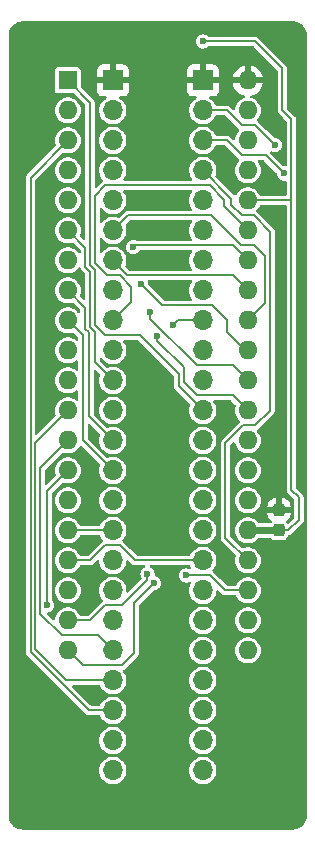
<source format=gbr>
G04 #@! TF.GenerationSoftware,KiCad,Pcbnew,8.0.4+dfsg-1*
G04 #@! TF.CreationDate,2025-02-23T17:17:59+09:00*
G04 #@! TF.ProjectId,bionic-tms7000,62696f6e-6963-42d7-946d-73373030302e,3*
G04 #@! TF.SameCoordinates,Original*
G04 #@! TF.FileFunction,Copper,L2,Bot*
G04 #@! TF.FilePolarity,Positive*
%FSLAX46Y46*%
G04 Gerber Fmt 4.6, Leading zero omitted, Abs format (unit mm)*
G04 Created by KiCad (PCBNEW 8.0.4+dfsg-1) date 2025-02-23 17:17:59*
%MOMM*%
%LPD*%
G01*
G04 APERTURE LIST*
G04 Aperture macros list*
%AMRoundRect*
0 Rectangle with rounded corners*
0 $1 Rounding radius*
0 $2 $3 $4 $5 $6 $7 $8 $9 X,Y pos of 4 corners*
0 Add a 4 corners polygon primitive as box body*
4,1,4,$2,$3,$4,$5,$6,$7,$8,$9,$2,$3,0*
0 Add four circle primitives for the rounded corners*
1,1,$1+$1,$2,$3*
1,1,$1+$1,$4,$5*
1,1,$1+$1,$6,$7*
1,1,$1+$1,$8,$9*
0 Add four rect primitives between the rounded corners*
20,1,$1+$1,$2,$3,$4,$5,0*
20,1,$1+$1,$4,$5,$6,$7,0*
20,1,$1+$1,$6,$7,$8,$9,0*
20,1,$1+$1,$8,$9,$2,$3,0*%
G04 Aperture macros list end*
G04 #@! TA.AperFunction,ComponentPad*
%ADD10O,1.600000X1.600000*%
G04 #@! TD*
G04 #@! TA.AperFunction,ComponentPad*
%ADD11R,1.600000X1.600000*%
G04 #@! TD*
G04 #@! TA.AperFunction,ComponentPad*
%ADD12O,1.700000X1.700000*%
G04 #@! TD*
G04 #@! TA.AperFunction,ComponentPad*
%ADD13R,1.700000X1.700000*%
G04 #@! TD*
G04 #@! TA.AperFunction,SMDPad,CuDef*
%ADD14RoundRect,0.237500X0.237500X-0.300000X0.237500X0.300000X-0.237500X0.300000X-0.237500X-0.300000X0*%
G04 #@! TD*
G04 #@! TA.AperFunction,ViaPad*
%ADD15C,0.600000*%
G04 #@! TD*
G04 #@! TA.AperFunction,Conductor*
%ADD16C,0.200000*%
G04 #@! TD*
G04 #@! TA.AperFunction,Conductor*
%ADD17C,0.800000*%
G04 #@! TD*
G04 #@! TA.AperFunction,Conductor*
%ADD18C,0.600000*%
G04 #@! TD*
G04 APERTURE END LIST*
D10*
X121320000Y-75080000D03*
X121320000Y-77620000D03*
X121320000Y-80160000D03*
X121320000Y-82700000D03*
X121320000Y-85240000D03*
X121320000Y-87780000D03*
X121320000Y-90320000D03*
X121320000Y-92860000D03*
X121320000Y-95400000D03*
X121320000Y-97940000D03*
X121320000Y-100480000D03*
X121320000Y-103020000D03*
X121320000Y-105560000D03*
X121320000Y-108100000D03*
X121320000Y-110640000D03*
X121320000Y-113180000D03*
X121320000Y-115720000D03*
X121320000Y-118260000D03*
X121320000Y-120800000D03*
X121320000Y-123340000D03*
X106080000Y-123340000D03*
X106080000Y-120800000D03*
X106080000Y-118260000D03*
X106080000Y-115720000D03*
X106080000Y-113180000D03*
X106080000Y-110640000D03*
X106080000Y-108100000D03*
X106080000Y-105560000D03*
X106080000Y-103020000D03*
X106080000Y-100480000D03*
X106080000Y-97940000D03*
X106080000Y-95400000D03*
X106080000Y-92860000D03*
X106080000Y-90320000D03*
X106080000Y-87780000D03*
X106080000Y-85240000D03*
X106080000Y-82700000D03*
X106080000Y-80160000D03*
X106080000Y-77620000D03*
D11*
X106080000Y-75080000D03*
D12*
X117510000Y-133500000D03*
X117510000Y-130960000D03*
X117510000Y-128420000D03*
X117510000Y-125880000D03*
X117510000Y-123340000D03*
X117510000Y-120800000D03*
X117510000Y-118260000D03*
X117510000Y-115720000D03*
X117510000Y-113180000D03*
X117510000Y-110640000D03*
X117510000Y-108100000D03*
X117510000Y-105560000D03*
X117510000Y-103020000D03*
X117510000Y-100480000D03*
X117510000Y-97940000D03*
X117510000Y-95400000D03*
X117510000Y-92860000D03*
X117510000Y-90320000D03*
X117510000Y-87780000D03*
X117510000Y-85240000D03*
X117510000Y-82700000D03*
X117510000Y-80160000D03*
X117510000Y-77620000D03*
D13*
X117510000Y-75080000D03*
X109890000Y-75080000D03*
D12*
X109890000Y-77620000D03*
X109890000Y-80160000D03*
X109890000Y-82700000D03*
X109890000Y-85240000D03*
X109890000Y-87780000D03*
X109890000Y-90320000D03*
X109890000Y-92860000D03*
X109890000Y-95400000D03*
X109890000Y-97940000D03*
X109890000Y-100480000D03*
X109890000Y-103020000D03*
X109890000Y-105560000D03*
X109890000Y-108100000D03*
X109890000Y-110640000D03*
X109890000Y-113180000D03*
X109890000Y-115720000D03*
X109890000Y-118260000D03*
X109890000Y-120800000D03*
X109890000Y-123340000D03*
X109890000Y-125880000D03*
X109890000Y-128420000D03*
X109890000Y-130960000D03*
X109890000Y-133500000D03*
D14*
X123961600Y-113178900D03*
X123961600Y-111453900D03*
D15*
X117510000Y-71778000D03*
X125130000Y-133500000D03*
X114309600Y-100276800D03*
X102397000Y-79017000D03*
X114970000Y-90320000D03*
X114970000Y-87780000D03*
X114462000Y-116736000D03*
X123987000Y-109751000D03*
X125130000Y-75080000D03*
X113700000Y-132230000D03*
X115097000Y-92860000D03*
X113700000Y-80160000D03*
X121320000Y-128420000D03*
X113700000Y-123848000D03*
X104302000Y-88923000D03*
X103540000Y-130960000D03*
X114970000Y-85240000D03*
X123352000Y-116863000D03*
X113656735Y-96713265D03*
X113056735Y-94688800D03*
X112256735Y-92301200D03*
X111626800Y-89202400D03*
X104321000Y-119530000D03*
X112825500Y-116863000D03*
X114986000Y-95781000D03*
X113352544Y-117643250D03*
X116113000Y-116990000D03*
X124368000Y-82954000D03*
X123606000Y-80541000D03*
D16*
X124750100Y-113178900D02*
X123961600Y-113178900D01*
X125003000Y-85240000D02*
X125003000Y-109751000D01*
X124241000Y-77620000D02*
X124241000Y-74064000D01*
X125003000Y-85240000D02*
X121320000Y-85240000D01*
X125003000Y-78382000D02*
X124241000Y-77620000D01*
X124241000Y-74064000D02*
X121955000Y-71778000D01*
D17*
X121321100Y-113178900D02*
X121320000Y-113180000D01*
D16*
X125003000Y-85240000D02*
X125003000Y-78382000D01*
X121955000Y-71778000D02*
X117510000Y-71778000D01*
X125638000Y-112291000D02*
X124750100Y-113178900D01*
X125003000Y-109751000D02*
X125638000Y-110386000D01*
D18*
X123961600Y-113178900D02*
X121321100Y-113178900D01*
D16*
X125638000Y-110386000D02*
X125638000Y-112291000D01*
X113656735Y-97134735D02*
X115878000Y-99356000D01*
X120050000Y-101750000D02*
X121320000Y-103020000D01*
X115878000Y-100613673D02*
X117014327Y-101750000D01*
X115878000Y-99356000D02*
X115878000Y-100613673D01*
X117014327Y-101750000D02*
X120050000Y-101750000D01*
X113656735Y-96713265D02*
X113656735Y-97134735D01*
X117002000Y-99210000D02*
X120050000Y-99210000D01*
X113056735Y-94688800D02*
X113056735Y-95264735D01*
X113056735Y-95264735D02*
X117002000Y-99210000D01*
X120050000Y-99210000D02*
X121320000Y-100480000D01*
X119542000Y-95400000D02*
X119542000Y-96416000D01*
X118272000Y-94130000D02*
X119542000Y-95400000D01*
X121066000Y-97940000D02*
X121320000Y-97940000D01*
X119542000Y-96416000D02*
X121066000Y-97940000D01*
X112256735Y-92301200D02*
X114085535Y-94130000D01*
X114085535Y-94130000D02*
X118272000Y-94130000D01*
X118196173Y-86510000D02*
X120736173Y-89050000D01*
X111160000Y-86510000D02*
X118196173Y-86510000D01*
X122806000Y-93914000D02*
X121320000Y-95400000D01*
X121870450Y-89050000D02*
X122806000Y-89985550D01*
X122806000Y-89985550D02*
X122806000Y-93914000D01*
X109890000Y-87780000D02*
X111160000Y-86510000D01*
X120736173Y-89050000D02*
X121870450Y-89050000D01*
X109890000Y-90320000D02*
X109890000Y-90359500D01*
X109890000Y-90359500D02*
X111120500Y-91590000D01*
X120050000Y-91590000D02*
X121320000Y-92860000D01*
X111120500Y-91590000D02*
X120050000Y-91590000D01*
X111779200Y-89050000D02*
X120050000Y-89050000D01*
X120050000Y-89050000D02*
X121320000Y-90320000D01*
X111626800Y-89202400D02*
X111779200Y-89050000D01*
X108366000Y-90574000D02*
X109382000Y-91590000D01*
X119288000Y-85160750D02*
X118097250Y-83970000D01*
X109382000Y-91590000D02*
X110461500Y-91590000D01*
X108366000Y-84859000D02*
X108366000Y-90574000D01*
X121320000Y-87780000D02*
X119288000Y-85748000D01*
X111414000Y-92542500D02*
X111414000Y-93876000D01*
X118097250Y-83970000D02*
X109255000Y-83970000D01*
X119288000Y-85748000D02*
X119288000Y-85160750D01*
X110461500Y-91590000D02*
X111414000Y-92542500D01*
X109255000Y-83970000D02*
X108366000Y-84859000D01*
X111414000Y-93876000D02*
X109890000Y-95400000D01*
X107566000Y-90905372D02*
X107966000Y-91305372D01*
X108366000Y-96346686D02*
X108366000Y-98956000D01*
X107966000Y-91305372D02*
X107966000Y-95946686D01*
X106080000Y-87780000D02*
X107566000Y-89266000D01*
X107566000Y-89266000D02*
X107566000Y-90905372D01*
X108366000Y-98956000D02*
X109890000Y-100480000D01*
X107966000Y-95946686D02*
X108366000Y-96346686D01*
X107858000Y-96404372D02*
X107858000Y-103528000D01*
X107540500Y-96086872D02*
X107858000Y-96404372D01*
X107540500Y-94320500D02*
X107540500Y-96086872D01*
X106080000Y-92860000D02*
X107540500Y-94320500D01*
X107858000Y-103528000D02*
X109890000Y-105560000D01*
X107350000Y-105560000D02*
X109890000Y-108100000D01*
X107350000Y-96670000D02*
X107350000Y-105560000D01*
X106080000Y-95400000D02*
X107350000Y-96670000D01*
X109890000Y-113180000D02*
X106080000Y-113180000D01*
X103721000Y-120219000D02*
X105572000Y-122070000D01*
X106080000Y-105560000D02*
X103721000Y-107919000D01*
X108620000Y-122070000D02*
X109890000Y-123340000D01*
X105572000Y-122070000D02*
X108620000Y-122070000D01*
X103721000Y-107919000D02*
X103721000Y-120219000D01*
X109890000Y-125880000D02*
X105953000Y-125880000D01*
X103321000Y-123248000D02*
X103321000Y-105779000D01*
X103321000Y-105779000D02*
X106080000Y-103020000D01*
X105953000Y-125880000D02*
X103321000Y-123248000D01*
X107858000Y-128420000D02*
X102921000Y-123483000D01*
X109890000Y-128420000D02*
X107858000Y-128420000D01*
X102921000Y-123483000D02*
X102921000Y-83319000D01*
X102921000Y-83319000D02*
X106080000Y-80160000D01*
X104321000Y-109859000D02*
X106080000Y-108100000D01*
X104321000Y-119530000D02*
X104321000Y-109859000D01*
X106080000Y-115720000D02*
X107985000Y-115720000D01*
X109255000Y-114450000D02*
X110525000Y-114450000D01*
X110525000Y-114450000D02*
X111795000Y-115720000D01*
X111795000Y-115720000D02*
X117510000Y-115720000D01*
X107985000Y-115720000D02*
X109255000Y-114450000D01*
X106080000Y-75080000D02*
X107966000Y-76966000D01*
X109255000Y-96670000D02*
X112176000Y-96670000D01*
X115478000Y-100988000D02*
X117510000Y-103020000D01*
X108366000Y-91139686D02*
X108366000Y-95781000D01*
X115478000Y-99972000D02*
X115478000Y-100988000D01*
X108366000Y-95781000D02*
X109255000Y-96670000D01*
X112176000Y-96670000D02*
X115478000Y-99972000D01*
X107966000Y-76966000D02*
X107966000Y-90739686D01*
X107966000Y-90739686D02*
X108366000Y-91139686D01*
X115367000Y-95400000D02*
X117510000Y-95400000D01*
X114986000Y-95781000D02*
X115367000Y-95400000D01*
X112825500Y-116863000D02*
X112825500Y-117356500D01*
X112825500Y-117356500D02*
X110652000Y-119530000D01*
X107985000Y-120800000D02*
X106080000Y-120800000D01*
X110652000Y-119530000D02*
X109255000Y-119530000D01*
X109255000Y-119530000D02*
X107985000Y-120800000D01*
X110652000Y-124610000D02*
X107350000Y-124610000D01*
X111668000Y-119327794D02*
X111668000Y-123594000D01*
X107350000Y-124610000D02*
X106080000Y-123340000D01*
X111668000Y-123594000D02*
X110652000Y-124610000D01*
X113352544Y-117643250D02*
X111668000Y-119327794D01*
X119415000Y-118260000D02*
X121320000Y-118260000D01*
X118145000Y-116990000D02*
X119415000Y-118260000D01*
X116113000Y-116990000D02*
X118145000Y-116990000D01*
X121320000Y-115720000D02*
X119415000Y-113815000D01*
X121955000Y-104290000D02*
X123206000Y-103039000D01*
X119923000Y-85621000D02*
X119923000Y-85113000D01*
X119415000Y-113815000D02*
X119415000Y-105814000D01*
X123206000Y-87888000D02*
X121828000Y-86510000D01*
X121828000Y-86510000D02*
X120812000Y-86510000D01*
X120939000Y-104290000D02*
X121955000Y-104290000D01*
X119415000Y-105814000D02*
X120939000Y-104290000D01*
X120812000Y-86510000D02*
X119923000Y-85621000D01*
X119923000Y-85113000D02*
X117510000Y-82700000D01*
X123206000Y-103039000D02*
X123206000Y-87888000D01*
X120812000Y-81430000D02*
X119542000Y-80160000D01*
X119542000Y-80160000D02*
X117510000Y-80160000D01*
X122844000Y-81430000D02*
X120812000Y-81430000D01*
X124368000Y-82954000D02*
X122844000Y-81430000D01*
X120812000Y-78890000D02*
X121955000Y-78890000D01*
X119542000Y-77620000D02*
X120812000Y-78890000D01*
X117510000Y-77620000D02*
X119542000Y-77620000D01*
X121955000Y-78890000D02*
X123606000Y-80541000D01*
G04 #@! TA.AperFunction,Conductor*
G36*
X116584290Y-92009407D02*
G01*
X116620254Y-92058907D01*
X116620254Y-92120093D01*
X116605103Y-92149161D01*
X116527635Y-92251743D01*
X116527630Y-92251752D01*
X116432596Y-92442608D01*
X116374244Y-92647688D01*
X116374244Y-92647690D01*
X116354571Y-92860000D01*
X116374244Y-93072310D01*
X116432595Y-93277389D01*
X116527634Y-93468255D01*
X116584902Y-93544090D01*
X116605103Y-93570839D01*
X116625082Y-93628670D01*
X116607253Y-93687201D01*
X116558427Y-93724073D01*
X116526099Y-93729500D01*
X114292435Y-93729500D01*
X114234244Y-93710593D01*
X114222431Y-93700504D01*
X112891413Y-92369485D01*
X112863636Y-92314968D01*
X112862753Y-92303754D01*
X112853943Y-92236834D01*
X112841779Y-92144438D01*
X112834715Y-92127384D01*
X112829916Y-92066388D01*
X112861886Y-92014219D01*
X112918414Y-91990805D01*
X112926180Y-91990500D01*
X116526099Y-91990500D01*
X116584290Y-92009407D01*
G37*
G04 #@! TD.AperFunction*
G04 #@! TA.AperFunction,Conductor*
G36*
X116584290Y-86929407D02*
G01*
X116620254Y-86978907D01*
X116620254Y-87040093D01*
X116605103Y-87069161D01*
X116527635Y-87171743D01*
X116527630Y-87171752D01*
X116432596Y-87362608D01*
X116374244Y-87567688D01*
X116354571Y-87780000D01*
X116359366Y-87831753D01*
X116374244Y-87992310D01*
X116427434Y-88179252D01*
X116432596Y-88197391D01*
X116527630Y-88388247D01*
X116527635Y-88388256D01*
X116605103Y-88490839D01*
X116625082Y-88548670D01*
X116607253Y-88607201D01*
X116558427Y-88644073D01*
X116526099Y-88649500D01*
X111880856Y-88649500D01*
X111842971Y-88641964D01*
X111815519Y-88630593D01*
X111783563Y-88617356D01*
X111783558Y-88617355D01*
X111626801Y-88596718D01*
X111626799Y-88596718D01*
X111470041Y-88617355D01*
X111470033Y-88617357D01*
X111323961Y-88677862D01*
X111323960Y-88677862D01*
X111198523Y-88774113D01*
X111198513Y-88774123D01*
X111102262Y-88899560D01*
X111102262Y-88899561D01*
X111041757Y-89045633D01*
X111041755Y-89045641D01*
X111021118Y-89202399D01*
X111021118Y-89202400D01*
X111041755Y-89359158D01*
X111041757Y-89359166D01*
X111102262Y-89505238D01*
X111102262Y-89505239D01*
X111177477Y-89603261D01*
X111198518Y-89630682D01*
X111323959Y-89726936D01*
X111323960Y-89726936D01*
X111323961Y-89726937D01*
X111470033Y-89787442D01*
X111470038Y-89787444D01*
X111587609Y-89802922D01*
X111626799Y-89808082D01*
X111626800Y-89808082D01*
X111626801Y-89808082D01*
X111658152Y-89803954D01*
X111783562Y-89787444D01*
X111929641Y-89726936D01*
X112055082Y-89630682D01*
X112151336Y-89505241D01*
X112151337Y-89505239D01*
X112154364Y-89499998D01*
X112199835Y-89459058D01*
X112240099Y-89450500D01*
X116526099Y-89450500D01*
X116584290Y-89469407D01*
X116620254Y-89518907D01*
X116620254Y-89580093D01*
X116605104Y-89609159D01*
X116584903Y-89635909D01*
X116527635Y-89711743D01*
X116527630Y-89711752D01*
X116432596Y-89902608D01*
X116374244Y-90107688D01*
X116374244Y-90107690D01*
X116354571Y-90320000D01*
X116374244Y-90532310D01*
X116432595Y-90737389D01*
X116527634Y-90928255D01*
X116584902Y-91004090D01*
X116605103Y-91030839D01*
X116625082Y-91088670D01*
X116607253Y-91147201D01*
X116558427Y-91184073D01*
X116526099Y-91189500D01*
X111327400Y-91189500D01*
X111269209Y-91170593D01*
X111257396Y-91160504D01*
X110973519Y-90876627D01*
X110945742Y-90822110D01*
X110954903Y-90762495D01*
X110967405Y-90737389D01*
X111025756Y-90532310D01*
X111045429Y-90320000D01*
X111025756Y-90107690D01*
X110967405Y-89902611D01*
X110872366Y-89711745D01*
X110743872Y-89541593D01*
X110649902Y-89455927D01*
X110586307Y-89397952D01*
X110586300Y-89397946D01*
X110405024Y-89285705D01*
X110405019Y-89285702D01*
X110206195Y-89208678D01*
X109996610Y-89169500D01*
X109783390Y-89169500D01*
X109573804Y-89208678D01*
X109374980Y-89285702D01*
X109374975Y-89285705D01*
X109193699Y-89397946D01*
X109193692Y-89397952D01*
X109036135Y-89541586D01*
X109036119Y-89541603D01*
X108944503Y-89662922D01*
X108894347Y-89697965D01*
X108833172Y-89696834D01*
X108784345Y-89659961D01*
X108766500Y-89603261D01*
X108766500Y-88496738D01*
X108785407Y-88438547D01*
X108834907Y-88402583D01*
X108896093Y-88402583D01*
X108944501Y-88437075D01*
X109036128Y-88558407D01*
X109078153Y-88596718D01*
X109193692Y-88702047D01*
X109193699Y-88702053D01*
X109238060Y-88729520D01*
X109374981Y-88814298D01*
X109573802Y-88891321D01*
X109783390Y-88930500D01*
X109996610Y-88930500D01*
X110206198Y-88891321D01*
X110405019Y-88814298D01*
X110586302Y-88702052D01*
X110743872Y-88558407D01*
X110872366Y-88388255D01*
X110967405Y-88197389D01*
X111025756Y-87992310D01*
X111045429Y-87780000D01*
X111025756Y-87567690D01*
X110967405Y-87362611D01*
X110967401Y-87362604D01*
X110965752Y-87358344D01*
X110967129Y-87357810D01*
X110959021Y-87303350D01*
X110986649Y-87249742D01*
X111296897Y-86939496D01*
X111351413Y-86911719D01*
X111366900Y-86910500D01*
X116526099Y-86910500D01*
X116584290Y-86929407D01*
G37*
G04 #@! TD.AperFunction*
G04 #@! TA.AperFunction,Conductor*
G36*
X116584290Y-84389407D02*
G01*
X116620254Y-84438907D01*
X116620254Y-84500093D01*
X116605103Y-84529161D01*
X116527635Y-84631743D01*
X116527630Y-84631752D01*
X116432596Y-84822608D01*
X116374244Y-85027688D01*
X116359457Y-85187273D01*
X116354571Y-85240000D01*
X116374244Y-85452310D01*
X116427434Y-85639252D01*
X116432596Y-85657391D01*
X116527630Y-85848247D01*
X116527635Y-85848256D01*
X116605103Y-85950839D01*
X116625082Y-86008670D01*
X116607253Y-86067201D01*
X116558427Y-86104073D01*
X116526099Y-86109500D01*
X111212727Y-86109500D01*
X111107273Y-86109500D01*
X111044929Y-86126204D01*
X111005407Y-86136794D01*
X110914091Y-86189516D01*
X110914086Y-86189520D01*
X110416672Y-86686932D01*
X110362156Y-86714709D01*
X110310907Y-86709243D01*
X110206198Y-86668679D01*
X110206197Y-86668678D01*
X110206195Y-86668678D01*
X109996610Y-86629500D01*
X109783390Y-86629500D01*
X109573804Y-86668678D01*
X109374980Y-86745702D01*
X109374975Y-86745705D01*
X109193699Y-86857946D01*
X109193692Y-86857952D01*
X109036135Y-87001586D01*
X109036119Y-87001603D01*
X108944503Y-87122922D01*
X108894347Y-87157965D01*
X108833172Y-87156834D01*
X108784345Y-87119961D01*
X108766500Y-87063261D01*
X108766500Y-85956738D01*
X108785407Y-85898547D01*
X108834907Y-85862583D01*
X108896093Y-85862583D01*
X108944501Y-85897075D01*
X109036128Y-86018407D01*
X109106734Y-86082773D01*
X109193692Y-86162047D01*
X109193699Y-86162053D01*
X109238060Y-86189520D01*
X109374981Y-86274298D01*
X109573802Y-86351321D01*
X109783390Y-86390500D01*
X109996610Y-86390500D01*
X110206198Y-86351321D01*
X110405019Y-86274298D01*
X110586302Y-86162052D01*
X110743872Y-86018407D01*
X110872366Y-85848255D01*
X110967405Y-85657389D01*
X111025756Y-85452310D01*
X111045429Y-85240000D01*
X111025756Y-85027690D01*
X110967405Y-84822611D01*
X110872366Y-84631745D01*
X110794896Y-84529159D01*
X110774918Y-84471330D01*
X110792747Y-84412799D01*
X110841573Y-84375927D01*
X110873901Y-84370500D01*
X116526099Y-84370500D01*
X116584290Y-84389407D01*
G37*
G04 #@! TD.AperFunction*
G04 #@! TA.AperFunction,Conductor*
G36*
X125133875Y-70075805D02*
G01*
X125309097Y-70089594D01*
X125324430Y-70092023D01*
X125491550Y-70132145D01*
X125506317Y-70136943D01*
X125665104Y-70202715D01*
X125678926Y-70209758D01*
X125825469Y-70299560D01*
X125838032Y-70308688D01*
X125968717Y-70420303D01*
X125979699Y-70431285D01*
X126091311Y-70561967D01*
X126100440Y-70574532D01*
X126190238Y-70721068D01*
X126197287Y-70734902D01*
X126263054Y-70893678D01*
X126267855Y-70908453D01*
X126307975Y-71075564D01*
X126310405Y-71090907D01*
X126318437Y-71192956D01*
X126323198Y-71253462D01*
X126324195Y-71266123D01*
X126324500Y-71273891D01*
X126324500Y-137306108D01*
X126324195Y-137313876D01*
X126310405Y-137489092D01*
X126307975Y-137504435D01*
X126267855Y-137671546D01*
X126263054Y-137686321D01*
X126197287Y-137845097D01*
X126190234Y-137858939D01*
X126100442Y-138005465D01*
X126091311Y-138018032D01*
X125979699Y-138148714D01*
X125968714Y-138159699D01*
X125838032Y-138271311D01*
X125825465Y-138280442D01*
X125678939Y-138370234D01*
X125665097Y-138377287D01*
X125506321Y-138443054D01*
X125491546Y-138447855D01*
X125324435Y-138487975D01*
X125309092Y-138490405D01*
X125149743Y-138502946D01*
X125133874Y-138504195D01*
X125126108Y-138504500D01*
X102273892Y-138504500D01*
X102266125Y-138504195D01*
X102247014Y-138502691D01*
X102090907Y-138490405D01*
X102075564Y-138487975D01*
X101908453Y-138447855D01*
X101893678Y-138443054D01*
X101734902Y-138377287D01*
X101721068Y-138370238D01*
X101574532Y-138280440D01*
X101561967Y-138271311D01*
X101462706Y-138186535D01*
X101431282Y-138159696D01*
X101420303Y-138148717D01*
X101308688Y-138018032D01*
X101299560Y-138005469D01*
X101209758Y-137858926D01*
X101202715Y-137845104D01*
X101136943Y-137686317D01*
X101132144Y-137671546D01*
X101092024Y-137504435D01*
X101089594Y-137489097D01*
X101075805Y-137313875D01*
X101075500Y-137306108D01*
X101075500Y-133500000D01*
X108734571Y-133500000D01*
X108754244Y-133712310D01*
X108812595Y-133917389D01*
X108907634Y-134108255D01*
X109036128Y-134278407D01*
X109036135Y-134278413D01*
X109193692Y-134422047D01*
X109193699Y-134422053D01*
X109297389Y-134486255D01*
X109374981Y-134534298D01*
X109573802Y-134611321D01*
X109783390Y-134650500D01*
X109996610Y-134650500D01*
X110206198Y-134611321D01*
X110405019Y-134534298D01*
X110586302Y-134422052D01*
X110743872Y-134278407D01*
X110872366Y-134108255D01*
X110967405Y-133917389D01*
X111025756Y-133712310D01*
X111045429Y-133500000D01*
X116354571Y-133500000D01*
X116374244Y-133712310D01*
X116432595Y-133917389D01*
X116527634Y-134108255D01*
X116656128Y-134278407D01*
X116656135Y-134278413D01*
X116813692Y-134422047D01*
X116813699Y-134422053D01*
X116917389Y-134486255D01*
X116994981Y-134534298D01*
X117193802Y-134611321D01*
X117403390Y-134650500D01*
X117616610Y-134650500D01*
X117826198Y-134611321D01*
X118025019Y-134534298D01*
X118206302Y-134422052D01*
X118363872Y-134278407D01*
X118492366Y-134108255D01*
X118587405Y-133917389D01*
X118645756Y-133712310D01*
X118665429Y-133500000D01*
X118645756Y-133287690D01*
X118587405Y-133082611D01*
X118492366Y-132891745D01*
X118363872Y-132721593D01*
X118309623Y-132672139D01*
X118206307Y-132577952D01*
X118206300Y-132577946D01*
X118025024Y-132465705D01*
X118025019Y-132465702D01*
X117826195Y-132388678D01*
X117616610Y-132349500D01*
X117403390Y-132349500D01*
X117193804Y-132388678D01*
X116994980Y-132465702D01*
X116994975Y-132465705D01*
X116813699Y-132577946D01*
X116813692Y-132577952D01*
X116656135Y-132721586D01*
X116656131Y-132721589D01*
X116656128Y-132721593D01*
X116656125Y-132721597D01*
X116527635Y-132891743D01*
X116527630Y-132891752D01*
X116432596Y-133082608D01*
X116374244Y-133287688D01*
X116374244Y-133287690D01*
X116354571Y-133500000D01*
X111045429Y-133500000D01*
X111025756Y-133287690D01*
X110967405Y-133082611D01*
X110872366Y-132891745D01*
X110743872Y-132721593D01*
X110689623Y-132672139D01*
X110586307Y-132577952D01*
X110586300Y-132577946D01*
X110405024Y-132465705D01*
X110405019Y-132465702D01*
X110206195Y-132388678D01*
X109996610Y-132349500D01*
X109783390Y-132349500D01*
X109573804Y-132388678D01*
X109374980Y-132465702D01*
X109374975Y-132465705D01*
X109193699Y-132577946D01*
X109193692Y-132577952D01*
X109036135Y-132721586D01*
X109036131Y-132721589D01*
X109036128Y-132721593D01*
X109036125Y-132721597D01*
X108907635Y-132891743D01*
X108907630Y-132891752D01*
X108812596Y-133082608D01*
X108754244Y-133287688D01*
X108754244Y-133287690D01*
X108734571Y-133500000D01*
X101075500Y-133500000D01*
X101075500Y-130960000D01*
X108734571Y-130960000D01*
X108754244Y-131172310D01*
X108812595Y-131377389D01*
X108907634Y-131568255D01*
X109036128Y-131738407D01*
X109036135Y-131738413D01*
X109193692Y-131882047D01*
X109193699Y-131882053D01*
X109297389Y-131946255D01*
X109374981Y-131994298D01*
X109573802Y-132071321D01*
X109783390Y-132110500D01*
X109996610Y-132110500D01*
X110206198Y-132071321D01*
X110405019Y-131994298D01*
X110586302Y-131882052D01*
X110743872Y-131738407D01*
X110872366Y-131568255D01*
X110967405Y-131377389D01*
X111025756Y-131172310D01*
X111045429Y-130960000D01*
X116354571Y-130960000D01*
X116374244Y-131172310D01*
X116432595Y-131377389D01*
X116527634Y-131568255D01*
X116656128Y-131738407D01*
X116656135Y-131738413D01*
X116813692Y-131882047D01*
X116813699Y-131882053D01*
X116917389Y-131946255D01*
X116994981Y-131994298D01*
X117193802Y-132071321D01*
X117403390Y-132110500D01*
X117616610Y-132110500D01*
X117826198Y-132071321D01*
X118025019Y-131994298D01*
X118206302Y-131882052D01*
X118363872Y-131738407D01*
X118492366Y-131568255D01*
X118587405Y-131377389D01*
X118645756Y-131172310D01*
X118665429Y-130960000D01*
X118645756Y-130747690D01*
X118587405Y-130542611D01*
X118492366Y-130351745D01*
X118363872Y-130181593D01*
X118309623Y-130132139D01*
X118206307Y-130037952D01*
X118206300Y-130037946D01*
X118025024Y-129925705D01*
X118025019Y-129925702D01*
X117826195Y-129848678D01*
X117616610Y-129809500D01*
X117403390Y-129809500D01*
X117193804Y-129848678D01*
X116994980Y-129925702D01*
X116994975Y-129925705D01*
X116813699Y-130037946D01*
X116813692Y-130037952D01*
X116656135Y-130181586D01*
X116656131Y-130181589D01*
X116656128Y-130181593D01*
X116656125Y-130181597D01*
X116527635Y-130351743D01*
X116527630Y-130351752D01*
X116432596Y-130542608D01*
X116374244Y-130747688D01*
X116374244Y-130747690D01*
X116354571Y-130960000D01*
X111045429Y-130960000D01*
X111025756Y-130747690D01*
X110967405Y-130542611D01*
X110872366Y-130351745D01*
X110743872Y-130181593D01*
X110689623Y-130132139D01*
X110586307Y-130037952D01*
X110586300Y-130037946D01*
X110405024Y-129925705D01*
X110405019Y-129925702D01*
X110206195Y-129848678D01*
X109996610Y-129809500D01*
X109783390Y-129809500D01*
X109573804Y-129848678D01*
X109374980Y-129925702D01*
X109374975Y-129925705D01*
X109193699Y-130037946D01*
X109193692Y-130037952D01*
X109036135Y-130181586D01*
X109036131Y-130181589D01*
X109036128Y-130181593D01*
X109036125Y-130181597D01*
X108907635Y-130351743D01*
X108907630Y-130351752D01*
X108812596Y-130542608D01*
X108754244Y-130747688D01*
X108754244Y-130747690D01*
X108734571Y-130960000D01*
X101075500Y-130960000D01*
X101075500Y-83266273D01*
X102520500Y-83266273D01*
X102520500Y-123430273D01*
X102520500Y-123535727D01*
X102524944Y-123552311D01*
X102547794Y-123637592D01*
X102600516Y-123728908D01*
X102600517Y-123728909D01*
X102600518Y-123728910D01*
X102600520Y-123728913D01*
X105152107Y-126280500D01*
X107537519Y-128665912D01*
X107537520Y-128665913D01*
X107537519Y-128665913D01*
X107612087Y-128740480D01*
X107703413Y-128793207D01*
X107805273Y-128820500D01*
X108742887Y-128820500D01*
X108801078Y-128839407D01*
X108831508Y-128875372D01*
X108907634Y-129028255D01*
X109036128Y-129198407D01*
X109036135Y-129198413D01*
X109193692Y-129342047D01*
X109193699Y-129342053D01*
X109297389Y-129406255D01*
X109374981Y-129454298D01*
X109573802Y-129531321D01*
X109783390Y-129570500D01*
X109996610Y-129570500D01*
X110206198Y-129531321D01*
X110405019Y-129454298D01*
X110586302Y-129342052D01*
X110743872Y-129198407D01*
X110872366Y-129028255D01*
X110967405Y-128837389D01*
X111025756Y-128632310D01*
X111045429Y-128420000D01*
X116354571Y-128420000D01*
X116374244Y-128632310D01*
X116432595Y-128837389D01*
X116527634Y-129028255D01*
X116656128Y-129198407D01*
X116656135Y-129198413D01*
X116813692Y-129342047D01*
X116813699Y-129342053D01*
X116917389Y-129406255D01*
X116994981Y-129454298D01*
X117193802Y-129531321D01*
X117403390Y-129570500D01*
X117616610Y-129570500D01*
X117826198Y-129531321D01*
X118025019Y-129454298D01*
X118206302Y-129342052D01*
X118363872Y-129198407D01*
X118492366Y-129028255D01*
X118587405Y-128837389D01*
X118645756Y-128632310D01*
X118665429Y-128420000D01*
X118645756Y-128207690D01*
X118587405Y-128002611D01*
X118492366Y-127811745D01*
X118363872Y-127641593D01*
X118309623Y-127592139D01*
X118206307Y-127497952D01*
X118206300Y-127497946D01*
X118025024Y-127385705D01*
X118025019Y-127385702D01*
X117826195Y-127308678D01*
X117616610Y-127269500D01*
X117403390Y-127269500D01*
X117193804Y-127308678D01*
X116994980Y-127385702D01*
X116994975Y-127385705D01*
X116813699Y-127497946D01*
X116813692Y-127497952D01*
X116656135Y-127641586D01*
X116656131Y-127641589D01*
X116656128Y-127641593D01*
X116656125Y-127641597D01*
X116527635Y-127811743D01*
X116527630Y-127811752D01*
X116432596Y-128002608D01*
X116374244Y-128207688D01*
X116374244Y-128207690D01*
X116354571Y-128420000D01*
X111045429Y-128420000D01*
X111025756Y-128207690D01*
X110967405Y-128002611D01*
X110872366Y-127811745D01*
X110743872Y-127641593D01*
X110689623Y-127592139D01*
X110586307Y-127497952D01*
X110586300Y-127497946D01*
X110405024Y-127385705D01*
X110405019Y-127385702D01*
X110206195Y-127308678D01*
X109996610Y-127269500D01*
X109783390Y-127269500D01*
X109573804Y-127308678D01*
X109374980Y-127385702D01*
X109374975Y-127385705D01*
X109193699Y-127497946D01*
X109193692Y-127497952D01*
X109036135Y-127641586D01*
X109036131Y-127641589D01*
X109036128Y-127641593D01*
X109036125Y-127641597D01*
X108907635Y-127811743D01*
X108907630Y-127811752D01*
X108831508Y-127964628D01*
X108788646Y-128008290D01*
X108742887Y-128019500D01*
X108064901Y-128019500D01*
X108006710Y-128000593D01*
X107994897Y-127990504D01*
X106453897Y-126449504D01*
X106426120Y-126394987D01*
X106435691Y-126334555D01*
X106478956Y-126291290D01*
X106523901Y-126280500D01*
X108742887Y-126280500D01*
X108801078Y-126299407D01*
X108831508Y-126335372D01*
X108888338Y-126449504D01*
X108907634Y-126488255D01*
X109036128Y-126658407D01*
X109036135Y-126658413D01*
X109193692Y-126802047D01*
X109193699Y-126802053D01*
X109297389Y-126866255D01*
X109374981Y-126914298D01*
X109573802Y-126991321D01*
X109783390Y-127030500D01*
X109996610Y-127030500D01*
X110206198Y-126991321D01*
X110405019Y-126914298D01*
X110586302Y-126802052D01*
X110743872Y-126658407D01*
X110872366Y-126488255D01*
X110967405Y-126297389D01*
X111025756Y-126092310D01*
X111045429Y-125880000D01*
X116354571Y-125880000D01*
X116374244Y-126092310D01*
X116432595Y-126297389D01*
X116527634Y-126488255D01*
X116656128Y-126658407D01*
X116656135Y-126658413D01*
X116813692Y-126802047D01*
X116813699Y-126802053D01*
X116917389Y-126866255D01*
X116994981Y-126914298D01*
X117193802Y-126991321D01*
X117403390Y-127030500D01*
X117616610Y-127030500D01*
X117826198Y-126991321D01*
X118025019Y-126914298D01*
X118206302Y-126802052D01*
X118363872Y-126658407D01*
X118492366Y-126488255D01*
X118587405Y-126297389D01*
X118645756Y-126092310D01*
X118665429Y-125880000D01*
X118645756Y-125667690D01*
X118587405Y-125462611D01*
X118492366Y-125271745D01*
X118363872Y-125101593D01*
X118271062Y-125016985D01*
X118206307Y-124957952D01*
X118206300Y-124957946D01*
X118025024Y-124845705D01*
X118025019Y-124845702D01*
X117826195Y-124768678D01*
X117616610Y-124729500D01*
X117403390Y-124729500D01*
X117193804Y-124768678D01*
X116994980Y-124845702D01*
X116994975Y-124845705D01*
X116813699Y-124957946D01*
X116813692Y-124957952D01*
X116656135Y-125101586D01*
X116656131Y-125101589D01*
X116656128Y-125101593D01*
X116656125Y-125101597D01*
X116527635Y-125271743D01*
X116527630Y-125271752D01*
X116432596Y-125462608D01*
X116374244Y-125667688D01*
X116374244Y-125667690D01*
X116354571Y-125880000D01*
X111045429Y-125880000D01*
X111025756Y-125667690D01*
X110967405Y-125462611D01*
X110872366Y-125271745D01*
X110767851Y-125133346D01*
X110747871Y-125075515D01*
X110765699Y-125016985D01*
X110801836Y-124987954D01*
X110800969Y-124986452D01*
X110897908Y-124930483D01*
X110897908Y-124930482D01*
X110897913Y-124930480D01*
X111988480Y-123839913D01*
X112041207Y-123748588D01*
X112068500Y-123646727D01*
X112068500Y-123541273D01*
X112068500Y-123340000D01*
X116354571Y-123340000D01*
X116369969Y-123506180D01*
X116374244Y-123552310D01*
X116432595Y-123757389D01*
X116527634Y-123948255D01*
X116656128Y-124118407D01*
X116656135Y-124118413D01*
X116813692Y-124262047D01*
X116813699Y-124262053D01*
X116917389Y-124326255D01*
X116994981Y-124374298D01*
X117193802Y-124451321D01*
X117403390Y-124490500D01*
X117616610Y-124490500D01*
X117826198Y-124451321D01*
X118025019Y-124374298D01*
X118206302Y-124262052D01*
X118363872Y-124118407D01*
X118492366Y-123948255D01*
X118587405Y-123757389D01*
X118645756Y-123552310D01*
X118665429Y-123340000D01*
X120214785Y-123340000D01*
X120233603Y-123543083D01*
X120289418Y-123739250D01*
X120380327Y-123921821D01*
X120503236Y-124084579D01*
X120653959Y-124221981D01*
X120827363Y-124329348D01*
X121017544Y-124403024D01*
X121218024Y-124440500D01*
X121421976Y-124440500D01*
X121622456Y-124403024D01*
X121812637Y-124329348D01*
X121986041Y-124221981D01*
X122136764Y-124084579D01*
X122259673Y-123921821D01*
X122350582Y-123739250D01*
X122406397Y-123543083D01*
X122425215Y-123340000D01*
X122406397Y-123136917D01*
X122350582Y-122940750D01*
X122259673Y-122758179D01*
X122136764Y-122595421D01*
X121986041Y-122458019D01*
X121812637Y-122350652D01*
X121622456Y-122276976D01*
X121622455Y-122276975D01*
X121622453Y-122276975D01*
X121421976Y-122239500D01*
X121218024Y-122239500D01*
X121017546Y-122276975D01*
X120977353Y-122292546D01*
X120827363Y-122350652D01*
X120718676Y-122417948D01*
X120653959Y-122458019D01*
X120503237Y-122595420D01*
X120380328Y-122758177D01*
X120380323Y-122758186D01*
X120298450Y-122922611D01*
X120289418Y-122940750D01*
X120233603Y-123136917D01*
X120214785Y-123340000D01*
X118665429Y-123340000D01*
X118645756Y-123127690D01*
X118587405Y-122922611D01*
X118492366Y-122731745D01*
X118363872Y-122561593D01*
X118269902Y-122475927D01*
X118206307Y-122417952D01*
X118206300Y-122417946D01*
X118025024Y-122305705D01*
X118025019Y-122305702D01*
X117939657Y-122272633D01*
X117826198Y-122228679D01*
X117826197Y-122228678D01*
X117826195Y-122228678D01*
X117616610Y-122189500D01*
X117403390Y-122189500D01*
X117193804Y-122228678D01*
X116994980Y-122305702D01*
X116994975Y-122305705D01*
X116813699Y-122417946D01*
X116813692Y-122417952D01*
X116656135Y-122561586D01*
X116656131Y-122561589D01*
X116656128Y-122561593D01*
X116656125Y-122561597D01*
X116527635Y-122731743D01*
X116527630Y-122731752D01*
X116432596Y-122922608D01*
X116374244Y-123127688D01*
X116354571Y-123340000D01*
X112068500Y-123340000D01*
X112068500Y-120800000D01*
X116354571Y-120800000D01*
X116370018Y-120966709D01*
X116374244Y-121012310D01*
X116432595Y-121217389D01*
X116527634Y-121408255D01*
X116656128Y-121578407D01*
X116656135Y-121578413D01*
X116813692Y-121722047D01*
X116813699Y-121722053D01*
X116858055Y-121749517D01*
X116994981Y-121834298D01*
X117193802Y-121911321D01*
X117403390Y-121950500D01*
X117616610Y-121950500D01*
X117826198Y-121911321D01*
X118025019Y-121834298D01*
X118206302Y-121722052D01*
X118363872Y-121578407D01*
X118492366Y-121408255D01*
X118587405Y-121217389D01*
X118645756Y-121012310D01*
X118665429Y-120800000D01*
X120214785Y-120800000D01*
X120233603Y-121003083D01*
X120289418Y-121199250D01*
X120380327Y-121381821D01*
X120503236Y-121544579D01*
X120653959Y-121681981D01*
X120827363Y-121789348D01*
X121017544Y-121863024D01*
X121218024Y-121900500D01*
X121421976Y-121900500D01*
X121622456Y-121863024D01*
X121812637Y-121789348D01*
X121986041Y-121681981D01*
X122136764Y-121544579D01*
X122259673Y-121381821D01*
X122350582Y-121199250D01*
X122406397Y-121003083D01*
X122425215Y-120800000D01*
X122406397Y-120596917D01*
X122350582Y-120400750D01*
X122259673Y-120218179D01*
X122136764Y-120055421D01*
X121986041Y-119918019D01*
X121812637Y-119810652D01*
X121622456Y-119736976D01*
X121622455Y-119736975D01*
X121622453Y-119736975D01*
X121421976Y-119699500D01*
X121218024Y-119699500D01*
X121017546Y-119736975D01*
X120947632Y-119764059D01*
X120827363Y-119810652D01*
X120718676Y-119877948D01*
X120653959Y-119918019D01*
X120503237Y-120055420D01*
X120380328Y-120218177D01*
X120380323Y-120218186D01*
X120298450Y-120382611D01*
X120289418Y-120400750D01*
X120233603Y-120596917D01*
X120214785Y-120800000D01*
X118665429Y-120800000D01*
X118645756Y-120587690D01*
X118587405Y-120382611D01*
X118492366Y-120191745D01*
X118363872Y-120021593D01*
X118271062Y-119936985D01*
X118206307Y-119877952D01*
X118206300Y-119877946D01*
X118025024Y-119765705D01*
X118025019Y-119765702D01*
X117826195Y-119688678D01*
X117616610Y-119649500D01*
X117403390Y-119649500D01*
X117193804Y-119688678D01*
X116994980Y-119765702D01*
X116994975Y-119765705D01*
X116813699Y-119877946D01*
X116813692Y-119877952D01*
X116656135Y-120021586D01*
X116656131Y-120021589D01*
X116656128Y-120021593D01*
X116656125Y-120021597D01*
X116527635Y-120191743D01*
X116527630Y-120191752D01*
X116432596Y-120382608D01*
X116432595Y-120382611D01*
X116427790Y-120399500D01*
X116374244Y-120587688D01*
X116354571Y-120800000D01*
X112068500Y-120800000D01*
X112068500Y-119534694D01*
X112087407Y-119476503D01*
X112097490Y-119464696D01*
X113284258Y-118277927D01*
X113338775Y-118250151D01*
X113349991Y-118249268D01*
X113352543Y-118248931D01*
X113352544Y-118248932D01*
X113509306Y-118228294D01*
X113655385Y-118167786D01*
X113780826Y-118071532D01*
X113877080Y-117946091D01*
X113937588Y-117800012D01*
X113958226Y-117643250D01*
X113937588Y-117486488D01*
X113909334Y-117418276D01*
X113877081Y-117340411D01*
X113877081Y-117340410D01*
X113780830Y-117214973D01*
X113780829Y-117214972D01*
X113780826Y-117214968D01*
X113780821Y-117214964D01*
X113780820Y-117214963D01*
X113655382Y-117118712D01*
X113509310Y-117058207D01*
X113509306Y-117058206D01*
X113505399Y-117057691D01*
X113450176Y-117031349D01*
X113420983Y-116977577D01*
X113420173Y-116946621D01*
X113431182Y-116863000D01*
X113410544Y-116706238D01*
X113367359Y-116601980D01*
X113350037Y-116560161D01*
X113350037Y-116560160D01*
X113253786Y-116434723D01*
X113253785Y-116434722D01*
X113253782Y-116434718D01*
X113253777Y-116434714D01*
X113253776Y-116434713D01*
X113128338Y-116338462D01*
X113061951Y-116310964D01*
X113015425Y-116271228D01*
X113001141Y-116211733D01*
X113024556Y-116155205D01*
X113076725Y-116123235D01*
X113099836Y-116120500D01*
X116362887Y-116120500D01*
X116421078Y-116139407D01*
X116451508Y-116175373D01*
X116524824Y-116322614D01*
X116533837Y-116383132D01*
X116505556Y-116437389D01*
X116450785Y-116464661D01*
X116398318Y-116458205D01*
X116269766Y-116404957D01*
X116269758Y-116404955D01*
X116113001Y-116384318D01*
X116112999Y-116384318D01*
X115956241Y-116404955D01*
X115956233Y-116404957D01*
X115810161Y-116465462D01*
X115810160Y-116465462D01*
X115684723Y-116561713D01*
X115684719Y-116561716D01*
X115684718Y-116561718D01*
X115684716Y-116561721D01*
X115588462Y-116687160D01*
X115588462Y-116687161D01*
X115527957Y-116833233D01*
X115527955Y-116833241D01*
X115507318Y-116989999D01*
X115507318Y-116990000D01*
X115527955Y-117146758D01*
X115527957Y-117146766D01*
X115588462Y-117292838D01*
X115588462Y-117292839D01*
X115653823Y-117378019D01*
X115684718Y-117418282D01*
X115810159Y-117514536D01*
X115810160Y-117514536D01*
X115810161Y-117514537D01*
X115956233Y-117575042D01*
X115956238Y-117575044D01*
X116073809Y-117590522D01*
X116112999Y-117595682D01*
X116113000Y-117595682D01*
X116113001Y-117595682D01*
X116144352Y-117591554D01*
X116269762Y-117575044D01*
X116398319Y-117521793D01*
X116459314Y-117516993D01*
X116511483Y-117548962D01*
X116534898Y-117605490D01*
X116524825Y-117657385D01*
X116432595Y-117842611D01*
X116374244Y-118047688D01*
X116374244Y-118047690D01*
X116354571Y-118260000D01*
X116374244Y-118472310D01*
X116432595Y-118677389D01*
X116527634Y-118868255D01*
X116656128Y-119038407D01*
X116718839Y-119095576D01*
X116813692Y-119182047D01*
X116813699Y-119182053D01*
X116844786Y-119201301D01*
X116994981Y-119294298D01*
X117193802Y-119371321D01*
X117403390Y-119410500D01*
X117616610Y-119410500D01*
X117826198Y-119371321D01*
X118025019Y-119294298D01*
X118206302Y-119182052D01*
X118363872Y-119038407D01*
X118492366Y-118868255D01*
X118587405Y-118677389D01*
X118645756Y-118472310D01*
X118661505Y-118302346D01*
X118685700Y-118246151D01*
X118738307Y-118214907D01*
X118799231Y-118220553D01*
X118830085Y-118241479D01*
X119169086Y-118580479D01*
X119169091Y-118580483D01*
X119260408Y-118633205D01*
X119260406Y-118633205D01*
X119260410Y-118633206D01*
X119260412Y-118633207D01*
X119362273Y-118660500D01*
X119467727Y-118660500D01*
X120228742Y-118660500D01*
X120286933Y-118679407D01*
X120317362Y-118715371D01*
X120380327Y-118841821D01*
X120503236Y-119004579D01*
X120653959Y-119141981D01*
X120827363Y-119249348D01*
X121017544Y-119323024D01*
X121218024Y-119360500D01*
X121421976Y-119360500D01*
X121622456Y-119323024D01*
X121812637Y-119249348D01*
X121986041Y-119141981D01*
X122136764Y-119004579D01*
X122259673Y-118841821D01*
X122350582Y-118659250D01*
X122406397Y-118463083D01*
X122425215Y-118260000D01*
X122406397Y-118056917D01*
X122350582Y-117860750D01*
X122259673Y-117678179D01*
X122136764Y-117515421D01*
X121986041Y-117378019D01*
X121812637Y-117270652D01*
X121622456Y-117196976D01*
X121622455Y-117196975D01*
X121622453Y-117196975D01*
X121421976Y-117159500D01*
X121218024Y-117159500D01*
X121017546Y-117196975D01*
X120971114Y-117214963D01*
X120827363Y-117270652D01*
X120714700Y-117340410D01*
X120653959Y-117378019D01*
X120534980Y-117486483D01*
X120503236Y-117515421D01*
X120477907Y-117548962D01*
X120380328Y-117678177D01*
X120380323Y-117678186D01*
X120317363Y-117804628D01*
X120274500Y-117848291D01*
X120228742Y-117859500D01*
X119621901Y-117859500D01*
X119563710Y-117840593D01*
X119551897Y-117830504D01*
X118971430Y-117250037D01*
X118390913Y-116669520D01*
X118390910Y-116669518D01*
X118376680Y-116661302D01*
X118335739Y-116615831D01*
X118329345Y-116554981D01*
X118359489Y-116502401D01*
X118363872Y-116498407D01*
X118492366Y-116328255D01*
X118587405Y-116137389D01*
X118645756Y-115932310D01*
X118665429Y-115720000D01*
X118645756Y-115507690D01*
X118587405Y-115302611D01*
X118492366Y-115111745D01*
X118363872Y-114941593D01*
X118309623Y-114892139D01*
X118206307Y-114797952D01*
X118206300Y-114797946D01*
X118025024Y-114685705D01*
X118025019Y-114685702D01*
X117826195Y-114608678D01*
X117616610Y-114569500D01*
X117403390Y-114569500D01*
X117193804Y-114608678D01*
X116994980Y-114685702D01*
X116994975Y-114685705D01*
X116813699Y-114797946D01*
X116813692Y-114797952D01*
X116656135Y-114941586D01*
X116656131Y-114941589D01*
X116656128Y-114941593D01*
X116656125Y-114941597D01*
X116527635Y-115111743D01*
X116527630Y-115111752D01*
X116451508Y-115264628D01*
X116408646Y-115308290D01*
X116362887Y-115319500D01*
X112001901Y-115319500D01*
X111943710Y-115300593D01*
X111931897Y-115290504D01*
X111352587Y-114711194D01*
X110770913Y-114129520D01*
X110770910Y-114129518D01*
X110756680Y-114121302D01*
X110715739Y-114075831D01*
X110709345Y-114014981D01*
X110739489Y-113962401D01*
X110743872Y-113958407D01*
X110872366Y-113788255D01*
X110967405Y-113597389D01*
X111025756Y-113392310D01*
X111045429Y-113180000D01*
X116354571Y-113180000D01*
X116374244Y-113392310D01*
X116432595Y-113597389D01*
X116527634Y-113788255D01*
X116656128Y-113958407D01*
X116708901Y-114006516D01*
X116813692Y-114102047D01*
X116813699Y-114102053D01*
X116858057Y-114129518D01*
X116994981Y-114214298D01*
X117193802Y-114291321D01*
X117403390Y-114330500D01*
X117616610Y-114330500D01*
X117826198Y-114291321D01*
X118025019Y-114214298D01*
X118206302Y-114102052D01*
X118363872Y-113958407D01*
X118492366Y-113788255D01*
X118587405Y-113597389D01*
X118645756Y-113392310D01*
X118665429Y-113180000D01*
X118645756Y-112967690D01*
X118587405Y-112762611D01*
X118492366Y-112571745D01*
X118363872Y-112401593D01*
X118308685Y-112351283D01*
X118206307Y-112257952D01*
X118206300Y-112257946D01*
X118025024Y-112145705D01*
X118025019Y-112145702D01*
X117826195Y-112068678D01*
X117616610Y-112029500D01*
X117403390Y-112029500D01*
X117193804Y-112068678D01*
X116994980Y-112145702D01*
X116994975Y-112145705D01*
X116813699Y-112257946D01*
X116813692Y-112257952D01*
X116656135Y-112401586D01*
X116656131Y-112401589D01*
X116656128Y-112401593D01*
X116656125Y-112401597D01*
X116527635Y-112571743D01*
X116527630Y-112571752D01*
X116432596Y-112762608D01*
X116374244Y-112967688D01*
X116374244Y-112967690D01*
X116354571Y-113180000D01*
X111045429Y-113180000D01*
X111025756Y-112967690D01*
X110967405Y-112762611D01*
X110872366Y-112571745D01*
X110743872Y-112401593D01*
X110688685Y-112351283D01*
X110586307Y-112257952D01*
X110586300Y-112257946D01*
X110405024Y-112145705D01*
X110405019Y-112145702D01*
X110206195Y-112068678D01*
X109996610Y-112029500D01*
X109783390Y-112029500D01*
X109573804Y-112068678D01*
X109374980Y-112145702D01*
X109374975Y-112145705D01*
X109193699Y-112257946D01*
X109193692Y-112257952D01*
X109036135Y-112401586D01*
X109036131Y-112401589D01*
X109036128Y-112401593D01*
X109036125Y-112401597D01*
X108907635Y-112571743D01*
X108907630Y-112571752D01*
X108831508Y-112724628D01*
X108788646Y-112768290D01*
X108742887Y-112779500D01*
X107171258Y-112779500D01*
X107113067Y-112760593D01*
X107082637Y-112724628D01*
X107019673Y-112598179D01*
X106896764Y-112435421D01*
X106746041Y-112298019D01*
X106572637Y-112190652D01*
X106382456Y-112116976D01*
X106382455Y-112116975D01*
X106382453Y-112116975D01*
X106181976Y-112079500D01*
X105978024Y-112079500D01*
X105777546Y-112116975D01*
X105756555Y-112125107D01*
X105587363Y-112190652D01*
X105478676Y-112257948D01*
X105413959Y-112298019D01*
X105292819Y-112408453D01*
X105263236Y-112435421D01*
X105255558Y-112445588D01*
X105140328Y-112598177D01*
X105140323Y-112598186D01*
X105058450Y-112762611D01*
X105049418Y-112780750D01*
X104993603Y-112976917D01*
X104974785Y-113180000D01*
X104993603Y-113383083D01*
X105049418Y-113579250D01*
X105140327Y-113761821D01*
X105263236Y-113924579D01*
X105413959Y-114061981D01*
X105587363Y-114169348D01*
X105777544Y-114243024D01*
X105978024Y-114280500D01*
X106181976Y-114280500D01*
X106382456Y-114243024D01*
X106572637Y-114169348D01*
X106746041Y-114061981D01*
X106896764Y-113924579D01*
X107019673Y-113761821D01*
X107082637Y-113635371D01*
X107125500Y-113591709D01*
X107171258Y-113580500D01*
X108742887Y-113580500D01*
X108801078Y-113599407D01*
X108831508Y-113635372D01*
X108907634Y-113788255D01*
X109036128Y-113958407D01*
X109040511Y-113962403D01*
X109070779Y-114015576D01*
X109064011Y-114076386D01*
X109023321Y-114121301D01*
X109009089Y-114129518D01*
X107848103Y-115290504D01*
X107793586Y-115318281D01*
X107778099Y-115319500D01*
X107171258Y-115319500D01*
X107113067Y-115300593D01*
X107082637Y-115264628D01*
X107019676Y-115138186D01*
X107019673Y-115138179D01*
X106896764Y-114975421D01*
X106746041Y-114838019D01*
X106572637Y-114730652D01*
X106382456Y-114656976D01*
X106382455Y-114656975D01*
X106382453Y-114656975D01*
X106181976Y-114619500D01*
X105978024Y-114619500D01*
X105777546Y-114656975D01*
X105755334Y-114665580D01*
X105587363Y-114730652D01*
X105478676Y-114797948D01*
X105413959Y-114838019D01*
X105263237Y-114975420D01*
X105140328Y-115138177D01*
X105140323Y-115138186D01*
X105058450Y-115302611D01*
X105049418Y-115320750D01*
X104993603Y-115516917D01*
X104974785Y-115720000D01*
X104993603Y-115923083D01*
X105049418Y-116119250D01*
X105140327Y-116301821D01*
X105263236Y-116464579D01*
X105413959Y-116601981D01*
X105587363Y-116709348D01*
X105777544Y-116783024D01*
X105978024Y-116820500D01*
X106181976Y-116820500D01*
X106382456Y-116783024D01*
X106572637Y-116709348D01*
X106746041Y-116601981D01*
X106896764Y-116464579D01*
X107019673Y-116301821D01*
X107082637Y-116175371D01*
X107125500Y-116131709D01*
X107171258Y-116120500D01*
X108037725Y-116120500D01*
X108037727Y-116120500D01*
X108139588Y-116093207D01*
X108139590Y-116093205D01*
X108139592Y-116093205D01*
X108230908Y-116040483D01*
X108230908Y-116040482D01*
X108230913Y-116040480D01*
X108569913Y-115701478D01*
X108624430Y-115673701D01*
X108684862Y-115683272D01*
X108728127Y-115726537D01*
X108738494Y-115762346D01*
X108754244Y-115932310D01*
X108812595Y-116137389D01*
X108907634Y-116328255D01*
X109036128Y-116498407D01*
X109036135Y-116498413D01*
X109193692Y-116642047D01*
X109193699Y-116642053D01*
X109238057Y-116669518D01*
X109374981Y-116754298D01*
X109573802Y-116831321D01*
X109783390Y-116870500D01*
X109996610Y-116870500D01*
X110206198Y-116831321D01*
X110405019Y-116754298D01*
X110586302Y-116642052D01*
X110743872Y-116498407D01*
X110872366Y-116328255D01*
X110967405Y-116137389D01*
X111025756Y-115932310D01*
X111041505Y-115762346D01*
X111065700Y-115706151D01*
X111118307Y-115674907D01*
X111179231Y-115680553D01*
X111210085Y-115701479D01*
X111549086Y-116040479D01*
X111549091Y-116040483D01*
X111640408Y-116093205D01*
X111640406Y-116093205D01*
X111640410Y-116093206D01*
X111640412Y-116093207D01*
X111742273Y-116120500D01*
X112551164Y-116120500D01*
X112609355Y-116139407D01*
X112645319Y-116188907D01*
X112645319Y-116250093D01*
X112609355Y-116299593D01*
X112589049Y-116310964D01*
X112522661Y-116338462D01*
X112522660Y-116338462D01*
X112397223Y-116434713D01*
X112397213Y-116434723D01*
X112300962Y-116560160D01*
X112300962Y-116560161D01*
X112240457Y-116706233D01*
X112240455Y-116706241D01*
X112219818Y-116862999D01*
X112219818Y-116863000D01*
X112236537Y-116990000D01*
X112240456Y-117019762D01*
X112300964Y-117165841D01*
X112312717Y-117181158D01*
X112333140Y-117238831D01*
X112315763Y-117297497D01*
X112304178Y-117311427D01*
X111207632Y-118407973D01*
X111153115Y-118435750D01*
X111092683Y-118426179D01*
X111049418Y-118382914D01*
X111039050Y-118328836D01*
X111045429Y-118260000D01*
X111025756Y-118047690D01*
X110967405Y-117842611D01*
X110872366Y-117651745D01*
X110743872Y-117481593D01*
X110674417Y-117418276D01*
X110586307Y-117337952D01*
X110586300Y-117337946D01*
X110405024Y-117225705D01*
X110405019Y-117225702D01*
X110290029Y-117181155D01*
X110206198Y-117148679D01*
X110206197Y-117148678D01*
X110206195Y-117148678D01*
X109996610Y-117109500D01*
X109783390Y-117109500D01*
X109573804Y-117148678D01*
X109374980Y-117225702D01*
X109374975Y-117225705D01*
X109193699Y-117337946D01*
X109193692Y-117337952D01*
X109036135Y-117481586D01*
X109036131Y-117481589D01*
X109036128Y-117481593D01*
X109036125Y-117481597D01*
X108907635Y-117651743D01*
X108907630Y-117651752D01*
X108812596Y-117842608D01*
X108754244Y-118047688D01*
X108754244Y-118047690D01*
X108734571Y-118260000D01*
X108754244Y-118472310D01*
X108812595Y-118677389D01*
X108907634Y-118868255D01*
X109036128Y-119038407D01*
X109040511Y-119042403D01*
X109070779Y-119095576D01*
X109064011Y-119156386D01*
X109023321Y-119201301D01*
X109009089Y-119209518D01*
X107848103Y-120370504D01*
X107793586Y-120398281D01*
X107778099Y-120399500D01*
X107171258Y-120399500D01*
X107113067Y-120380593D01*
X107082637Y-120344628D01*
X107056052Y-120291238D01*
X107019673Y-120218179D01*
X106896764Y-120055421D01*
X106746041Y-119918019D01*
X106572637Y-119810652D01*
X106382456Y-119736976D01*
X106382455Y-119736975D01*
X106382453Y-119736975D01*
X106181976Y-119699500D01*
X105978024Y-119699500D01*
X105777546Y-119736975D01*
X105707632Y-119764059D01*
X105587363Y-119810652D01*
X105478676Y-119877948D01*
X105413959Y-119918019D01*
X105263237Y-120055420D01*
X105140328Y-120218177D01*
X105140323Y-120218186D01*
X105049419Y-120400747D01*
X104993603Y-120596917D01*
X104985221Y-120687377D01*
X104961025Y-120743575D01*
X104908417Y-120774818D01*
X104847493Y-120769172D01*
X104816639Y-120748246D01*
X104359631Y-120291238D01*
X104331854Y-120236721D01*
X104341425Y-120176289D01*
X104384690Y-120133024D01*
X104416711Y-120123081D01*
X104477762Y-120115044D01*
X104623841Y-120054536D01*
X104749282Y-119958282D01*
X104845536Y-119832841D01*
X104906044Y-119686762D01*
X104926682Y-119530000D01*
X104906044Y-119373238D01*
X104845537Y-119227161D01*
X104845537Y-119227160D01*
X104745332Y-119096570D01*
X104746713Y-119095509D01*
X104722719Y-119048416D01*
X104721500Y-119032929D01*
X104721500Y-118260000D01*
X104974785Y-118260000D01*
X104993603Y-118463083D01*
X105049418Y-118659250D01*
X105140327Y-118841821D01*
X105263236Y-119004579D01*
X105413959Y-119141981D01*
X105587363Y-119249348D01*
X105777544Y-119323024D01*
X105978024Y-119360500D01*
X106181976Y-119360500D01*
X106382456Y-119323024D01*
X106572637Y-119249348D01*
X106746041Y-119141981D01*
X106896764Y-119004579D01*
X107019673Y-118841821D01*
X107110582Y-118659250D01*
X107166397Y-118463083D01*
X107185215Y-118260000D01*
X107166397Y-118056917D01*
X107110582Y-117860750D01*
X107019673Y-117678179D01*
X106896764Y-117515421D01*
X106746041Y-117378019D01*
X106572637Y-117270652D01*
X106382456Y-117196976D01*
X106382455Y-117196975D01*
X106382453Y-117196975D01*
X106181976Y-117159500D01*
X105978024Y-117159500D01*
X105777546Y-117196975D01*
X105731114Y-117214963D01*
X105587363Y-117270652D01*
X105474700Y-117340410D01*
X105413959Y-117378019D01*
X105294980Y-117486483D01*
X105263236Y-117515421D01*
X105237907Y-117548962D01*
X105140328Y-117678177D01*
X105140323Y-117678186D01*
X105050040Y-117859500D01*
X105049418Y-117860750D01*
X104993603Y-118056917D01*
X104974785Y-118260000D01*
X104721500Y-118260000D01*
X104721500Y-110640000D01*
X104974785Y-110640000D01*
X104993603Y-110843083D01*
X105049418Y-111039250D01*
X105140327Y-111221821D01*
X105263236Y-111384579D01*
X105413959Y-111521981D01*
X105587363Y-111629348D01*
X105777544Y-111703024D01*
X105978024Y-111740500D01*
X106181976Y-111740500D01*
X106382456Y-111703024D01*
X106572637Y-111629348D01*
X106746041Y-111521981D01*
X106896764Y-111384579D01*
X107019673Y-111221821D01*
X107110582Y-111039250D01*
X107166397Y-110843083D01*
X107185215Y-110640000D01*
X108734571Y-110640000D01*
X108754244Y-110852310D01*
X108812595Y-111057389D01*
X108907634Y-111248255D01*
X109036128Y-111418407D01*
X109036135Y-111418413D01*
X109193692Y-111562047D01*
X109193699Y-111562053D01*
X109297389Y-111626255D01*
X109374981Y-111674298D01*
X109573802Y-111751321D01*
X109783390Y-111790500D01*
X109996610Y-111790500D01*
X110206198Y-111751321D01*
X110405019Y-111674298D01*
X110586302Y-111562052D01*
X110743872Y-111418407D01*
X110872366Y-111248255D01*
X110967405Y-111057389D01*
X111025756Y-110852310D01*
X111045429Y-110640000D01*
X116354571Y-110640000D01*
X116374244Y-110852310D01*
X116432595Y-111057389D01*
X116527634Y-111248255D01*
X116656128Y-111418407D01*
X116656135Y-111418413D01*
X116813692Y-111562047D01*
X116813699Y-111562053D01*
X116917389Y-111626255D01*
X116994981Y-111674298D01*
X117193802Y-111751321D01*
X117403390Y-111790500D01*
X117616610Y-111790500D01*
X117826198Y-111751321D01*
X118025019Y-111674298D01*
X118206302Y-111562052D01*
X118363872Y-111418407D01*
X118492366Y-111248255D01*
X118587405Y-111057389D01*
X118645756Y-110852310D01*
X118665429Y-110640000D01*
X118645756Y-110427690D01*
X118587405Y-110222611D01*
X118492366Y-110031745D01*
X118363872Y-109861593D01*
X118309623Y-109812139D01*
X118206307Y-109717952D01*
X118206300Y-109717946D01*
X118025024Y-109605705D01*
X118025019Y-109605702D01*
X117905981Y-109559587D01*
X117826198Y-109528679D01*
X117826197Y-109528678D01*
X117826195Y-109528678D01*
X117616610Y-109489500D01*
X117403390Y-109489500D01*
X117193804Y-109528678D01*
X116994980Y-109605702D01*
X116994975Y-109605705D01*
X116813699Y-109717946D01*
X116813692Y-109717952D01*
X116656135Y-109861586D01*
X116656131Y-109861589D01*
X116656128Y-109861593D01*
X116656125Y-109861597D01*
X116527635Y-110031743D01*
X116527630Y-110031752D01*
X116432596Y-110222608D01*
X116374244Y-110427688D01*
X116374244Y-110427690D01*
X116354571Y-110640000D01*
X111045429Y-110640000D01*
X111025756Y-110427690D01*
X110967405Y-110222611D01*
X110872366Y-110031745D01*
X110743872Y-109861593D01*
X110689623Y-109812139D01*
X110586307Y-109717952D01*
X110586300Y-109717946D01*
X110405024Y-109605705D01*
X110405019Y-109605702D01*
X110285981Y-109559587D01*
X110206198Y-109528679D01*
X110206197Y-109528678D01*
X110206195Y-109528678D01*
X109996610Y-109489500D01*
X109783390Y-109489500D01*
X109573804Y-109528678D01*
X109374980Y-109605702D01*
X109374975Y-109605705D01*
X109193699Y-109717946D01*
X109193692Y-109717952D01*
X109036135Y-109861586D01*
X109036131Y-109861589D01*
X109036128Y-109861593D01*
X109036125Y-109861597D01*
X108907635Y-110031743D01*
X108907630Y-110031752D01*
X108812596Y-110222608D01*
X108754244Y-110427688D01*
X108754244Y-110427690D01*
X108734571Y-110640000D01*
X107185215Y-110640000D01*
X107166397Y-110436917D01*
X107110582Y-110240750D01*
X107019673Y-110058179D01*
X106896764Y-109895421D01*
X106746041Y-109758019D01*
X106572637Y-109650652D01*
X106382456Y-109576976D01*
X106382455Y-109576975D01*
X106382453Y-109576975D01*
X106181976Y-109539500D01*
X105978024Y-109539500D01*
X105777546Y-109576975D01*
X105756555Y-109585107D01*
X105587363Y-109650652D01*
X105478676Y-109717948D01*
X105413959Y-109758019D01*
X105263237Y-109895420D01*
X105140328Y-110058177D01*
X105140323Y-110058186D01*
X105054067Y-110231413D01*
X105049418Y-110240750D01*
X104993603Y-110436917D01*
X104974785Y-110640000D01*
X104721500Y-110640000D01*
X104721500Y-110065899D01*
X104740407Y-110007708D01*
X104750490Y-109995901D01*
X105591974Y-109154416D01*
X105646489Y-109126641D01*
X105697738Y-109132106D01*
X105777544Y-109163024D01*
X105978024Y-109200500D01*
X106181976Y-109200500D01*
X106382456Y-109163024D01*
X106572637Y-109089348D01*
X106746041Y-108981981D01*
X106896764Y-108844579D01*
X107019673Y-108681821D01*
X107110582Y-108499250D01*
X107166397Y-108303083D01*
X107185215Y-108100000D01*
X107166397Y-107896917D01*
X107110582Y-107700750D01*
X107019673Y-107518179D01*
X106896764Y-107355421D01*
X106746041Y-107218019D01*
X106572637Y-107110652D01*
X106382456Y-107036976D01*
X106382455Y-107036975D01*
X106382453Y-107036975D01*
X106181976Y-106999500D01*
X105978024Y-106999500D01*
X105777546Y-107036975D01*
X105737353Y-107052546D01*
X105587363Y-107110652D01*
X105478676Y-107177948D01*
X105413959Y-107218019D01*
X105263237Y-107355420D01*
X105140328Y-107518177D01*
X105140323Y-107518186D01*
X105058450Y-107682611D01*
X105049418Y-107700750D01*
X104993603Y-107896917D01*
X104974785Y-108100000D01*
X104993603Y-108303083D01*
X104996229Y-108312311D01*
X105047880Y-108493845D01*
X105045619Y-108554989D01*
X105022663Y-108590942D01*
X104290504Y-109323102D01*
X104235987Y-109350879D01*
X104175555Y-109341308D01*
X104132290Y-109298043D01*
X104121500Y-109253098D01*
X104121500Y-108125900D01*
X104140407Y-108067709D01*
X104150490Y-108055902D01*
X105591975Y-106614416D01*
X105646490Y-106586641D01*
X105697735Y-106592106D01*
X105777544Y-106623024D01*
X105978024Y-106660500D01*
X106181976Y-106660500D01*
X106382456Y-106623024D01*
X106572637Y-106549348D01*
X106746041Y-106441981D01*
X106896764Y-106304579D01*
X107019673Y-106141821D01*
X107073277Y-106034168D01*
X107116138Y-105990508D01*
X107176479Y-105980378D01*
X107231250Y-106007650D01*
X107231901Y-106008294D01*
X108793348Y-107569741D01*
X108821125Y-107624258D01*
X108812904Y-107677818D01*
X108814249Y-107678339D01*
X108812598Y-107682598D01*
X108754244Y-107887688D01*
X108754244Y-107887690D01*
X108734571Y-108100000D01*
X108754244Y-108312310D01*
X108812595Y-108517389D01*
X108907634Y-108708255D01*
X109036128Y-108878407D01*
X109036135Y-108878413D01*
X109193692Y-109022047D01*
X109193699Y-109022053D01*
X109297389Y-109086255D01*
X109374981Y-109134298D01*
X109573802Y-109211321D01*
X109783390Y-109250500D01*
X109996610Y-109250500D01*
X110206198Y-109211321D01*
X110405019Y-109134298D01*
X110586302Y-109022052D01*
X110743872Y-108878407D01*
X110872366Y-108708255D01*
X110967405Y-108517389D01*
X111025756Y-108312310D01*
X111045429Y-108100000D01*
X116354571Y-108100000D01*
X116374244Y-108312310D01*
X116432595Y-108517389D01*
X116527634Y-108708255D01*
X116656128Y-108878407D01*
X116656135Y-108878413D01*
X116813692Y-109022047D01*
X116813699Y-109022053D01*
X116917389Y-109086255D01*
X116994981Y-109134298D01*
X117193802Y-109211321D01*
X117403390Y-109250500D01*
X117616610Y-109250500D01*
X117826198Y-109211321D01*
X118025019Y-109134298D01*
X118206302Y-109022052D01*
X118363872Y-108878407D01*
X118492366Y-108708255D01*
X118587405Y-108517389D01*
X118645756Y-108312310D01*
X118665429Y-108100000D01*
X118645756Y-107887690D01*
X118587405Y-107682611D01*
X118492366Y-107491745D01*
X118363872Y-107321593D01*
X118309623Y-107272139D01*
X118206307Y-107177952D01*
X118206300Y-107177946D01*
X118025024Y-107065705D01*
X118025019Y-107065702D01*
X117939657Y-107032633D01*
X117826198Y-106988679D01*
X117826197Y-106988678D01*
X117826195Y-106988678D01*
X117616610Y-106949500D01*
X117403390Y-106949500D01*
X117193804Y-106988678D01*
X116994980Y-107065702D01*
X116994975Y-107065705D01*
X116813699Y-107177946D01*
X116813692Y-107177952D01*
X116656135Y-107321586D01*
X116656131Y-107321589D01*
X116656128Y-107321593D01*
X116656125Y-107321597D01*
X116527635Y-107491743D01*
X116527630Y-107491752D01*
X116432596Y-107682608D01*
X116374244Y-107887688D01*
X116374244Y-107887690D01*
X116354571Y-108100000D01*
X111045429Y-108100000D01*
X111025756Y-107887690D01*
X110967405Y-107682611D01*
X110872366Y-107491745D01*
X110743872Y-107321593D01*
X110689623Y-107272139D01*
X110586307Y-107177952D01*
X110586300Y-107177946D01*
X110405024Y-107065705D01*
X110405019Y-107065702D01*
X110319657Y-107032633D01*
X110206198Y-106988679D01*
X110206197Y-106988678D01*
X110206195Y-106988678D01*
X109996610Y-106949500D01*
X109783390Y-106949500D01*
X109573802Y-106988678D01*
X109469091Y-107029243D01*
X109408000Y-107032633D01*
X109363325Y-107006932D01*
X107779496Y-105423103D01*
X107751719Y-105368586D01*
X107750500Y-105353099D01*
X107750500Y-104225901D01*
X107769407Y-104167710D01*
X107818907Y-104131746D01*
X107880093Y-104131746D01*
X107919504Y-104155897D01*
X108793348Y-105029741D01*
X108821125Y-105084258D01*
X108812904Y-105137818D01*
X108814249Y-105138339D01*
X108812598Y-105142598D01*
X108754244Y-105347688D01*
X108754244Y-105347690D01*
X108734571Y-105560000D01*
X108754244Y-105772310D01*
X108812595Y-105977389D01*
X108907634Y-106168255D01*
X109036128Y-106338407D01*
X109036135Y-106338413D01*
X109193692Y-106482047D01*
X109193699Y-106482053D01*
X109297389Y-106546255D01*
X109374981Y-106594298D01*
X109573802Y-106671321D01*
X109783390Y-106710500D01*
X109996610Y-106710500D01*
X110206198Y-106671321D01*
X110405019Y-106594298D01*
X110586302Y-106482052D01*
X110743872Y-106338407D01*
X110872366Y-106168255D01*
X110967405Y-105977389D01*
X111025756Y-105772310D01*
X111045429Y-105560000D01*
X116354571Y-105560000D01*
X116374244Y-105772310D01*
X116432595Y-105977389D01*
X116527634Y-106168255D01*
X116656128Y-106338407D01*
X116656135Y-106338413D01*
X116813692Y-106482047D01*
X116813699Y-106482053D01*
X116917389Y-106546255D01*
X116994981Y-106594298D01*
X117193802Y-106671321D01*
X117403390Y-106710500D01*
X117616610Y-106710500D01*
X117826198Y-106671321D01*
X118025019Y-106594298D01*
X118206302Y-106482052D01*
X118363872Y-106338407D01*
X118492366Y-106168255D01*
X118587405Y-105977389D01*
X118645756Y-105772310D01*
X118665429Y-105560000D01*
X118645756Y-105347690D01*
X118587405Y-105142611D01*
X118492366Y-104951745D01*
X118363872Y-104781593D01*
X118288021Y-104712445D01*
X118206307Y-104637952D01*
X118206300Y-104637946D01*
X118025024Y-104525705D01*
X118025019Y-104525702D01*
X117939657Y-104492633D01*
X117826198Y-104448679D01*
X117826197Y-104448678D01*
X117826195Y-104448678D01*
X117616610Y-104409500D01*
X117403390Y-104409500D01*
X117193804Y-104448678D01*
X116994980Y-104525702D01*
X116994975Y-104525705D01*
X116813699Y-104637946D01*
X116813692Y-104637952D01*
X116656135Y-104781586D01*
X116656131Y-104781589D01*
X116656128Y-104781593D01*
X116656125Y-104781597D01*
X116527635Y-104951743D01*
X116527630Y-104951752D01*
X116432596Y-105142608D01*
X116374244Y-105347688D01*
X116374244Y-105347690D01*
X116354571Y-105560000D01*
X111045429Y-105560000D01*
X111025756Y-105347690D01*
X110967405Y-105142611D01*
X110872366Y-104951745D01*
X110743872Y-104781593D01*
X110668021Y-104712445D01*
X110586307Y-104637952D01*
X110586300Y-104637946D01*
X110405024Y-104525705D01*
X110405019Y-104525702D01*
X110319657Y-104492633D01*
X110206198Y-104448679D01*
X110206197Y-104448678D01*
X110206195Y-104448678D01*
X109996610Y-104409500D01*
X109783390Y-104409500D01*
X109573802Y-104448678D01*
X109469091Y-104489243D01*
X109408000Y-104492633D01*
X109363325Y-104466932D01*
X108287496Y-103391103D01*
X108259719Y-103336586D01*
X108258500Y-103321099D01*
X108258500Y-103020000D01*
X108734571Y-103020000D01*
X108754244Y-103232310D01*
X108812595Y-103437389D01*
X108907634Y-103628255D01*
X109036128Y-103798407D01*
X109036135Y-103798413D01*
X109193692Y-103942047D01*
X109193699Y-103942053D01*
X109204307Y-103948621D01*
X109374981Y-104054298D01*
X109573802Y-104131321D01*
X109783390Y-104170500D01*
X109996610Y-104170500D01*
X110206198Y-104131321D01*
X110405019Y-104054298D01*
X110586302Y-103942052D01*
X110743872Y-103798407D01*
X110872366Y-103628255D01*
X110967405Y-103437389D01*
X111025756Y-103232310D01*
X111045429Y-103020000D01*
X111025756Y-102807690D01*
X110967405Y-102602611D01*
X110872366Y-102411745D01*
X110743872Y-102241593D01*
X110664688Y-102169407D01*
X110586307Y-102097952D01*
X110586300Y-102097946D01*
X110405024Y-101985705D01*
X110405019Y-101985702D01*
X110206195Y-101908678D01*
X109996610Y-101869500D01*
X109783390Y-101869500D01*
X109573804Y-101908678D01*
X109374980Y-101985702D01*
X109374975Y-101985705D01*
X109193699Y-102097946D01*
X109193692Y-102097952D01*
X109036135Y-102241586D01*
X109036131Y-102241589D01*
X109036128Y-102241593D01*
X109036125Y-102241597D01*
X108907635Y-102411743D01*
X108907630Y-102411752D01*
X108812596Y-102602608D01*
X108754244Y-102807688D01*
X108737696Y-102986273D01*
X108734571Y-103020000D01*
X108258500Y-103020000D01*
X108258500Y-99653901D01*
X108277407Y-99595710D01*
X108326907Y-99559746D01*
X108388093Y-99559746D01*
X108427504Y-99583897D01*
X108793348Y-99949741D01*
X108821125Y-100004258D01*
X108812904Y-100057818D01*
X108814249Y-100058339D01*
X108812598Y-100062598D01*
X108754244Y-100267688D01*
X108754244Y-100267690D01*
X108734571Y-100480000D01*
X108754244Y-100692310D01*
X108812595Y-100897389D01*
X108907634Y-101088255D01*
X109036128Y-101258407D01*
X109036135Y-101258413D01*
X109193692Y-101402047D01*
X109193699Y-101402053D01*
X109238055Y-101429517D01*
X109374981Y-101514298D01*
X109573802Y-101591321D01*
X109783390Y-101630500D01*
X109996610Y-101630500D01*
X110206198Y-101591321D01*
X110405019Y-101514298D01*
X110586302Y-101402052D01*
X110743872Y-101258407D01*
X110872366Y-101088255D01*
X110967405Y-100897389D01*
X111025756Y-100692310D01*
X111045429Y-100480000D01*
X111025756Y-100267690D01*
X110967405Y-100062611D01*
X110872366Y-99871745D01*
X110743872Y-99701593D01*
X110664688Y-99629407D01*
X110586307Y-99557952D01*
X110586300Y-99557946D01*
X110405024Y-99445705D01*
X110405019Y-99445702D01*
X110319657Y-99412633D01*
X110206198Y-99368679D01*
X110206197Y-99368678D01*
X110206195Y-99368678D01*
X109996610Y-99329500D01*
X109783390Y-99329500D01*
X109573802Y-99368678D01*
X109469091Y-99409243D01*
X109408000Y-99412633D01*
X109363325Y-99386932D01*
X108795496Y-98819103D01*
X108767719Y-98764586D01*
X108766500Y-98749099D01*
X108766500Y-98656738D01*
X108785407Y-98598547D01*
X108834907Y-98562583D01*
X108896093Y-98562583D01*
X108944501Y-98597075D01*
X109036128Y-98718407D01*
X109084302Y-98762324D01*
X109193692Y-98862047D01*
X109193699Y-98862053D01*
X109238055Y-98889517D01*
X109374981Y-98974298D01*
X109573802Y-99051321D01*
X109783390Y-99090500D01*
X109996610Y-99090500D01*
X110206198Y-99051321D01*
X110405019Y-98974298D01*
X110586302Y-98862052D01*
X110743872Y-98718407D01*
X110872366Y-98548255D01*
X110967405Y-98357389D01*
X111025756Y-98152310D01*
X111045429Y-97940000D01*
X111025756Y-97727690D01*
X110967405Y-97522611D01*
X110872366Y-97331745D01*
X110794896Y-97229159D01*
X110774918Y-97171330D01*
X110792747Y-97112799D01*
X110841573Y-97075927D01*
X110873901Y-97070500D01*
X111969099Y-97070500D01*
X112027290Y-97089407D01*
X112039103Y-97099496D01*
X115048504Y-100108897D01*
X115076281Y-100163414D01*
X115077500Y-100178901D01*
X115077500Y-100935273D01*
X115077500Y-101040727D01*
X115090233Y-101088247D01*
X115104794Y-101142592D01*
X115157516Y-101233908D01*
X115157517Y-101233909D01*
X115157518Y-101233910D01*
X115157520Y-101233913D01*
X115793107Y-101869500D01*
X116413348Y-102489741D01*
X116441125Y-102544258D01*
X116432904Y-102597818D01*
X116434249Y-102598339D01*
X116432598Y-102602598D01*
X116374244Y-102807688D01*
X116357696Y-102986273D01*
X116354571Y-103020000D01*
X116374244Y-103232310D01*
X116432595Y-103437389D01*
X116527634Y-103628255D01*
X116656128Y-103798407D01*
X116656135Y-103798413D01*
X116813692Y-103942047D01*
X116813699Y-103942053D01*
X116824307Y-103948621D01*
X116994981Y-104054298D01*
X117193802Y-104131321D01*
X117403390Y-104170500D01*
X117616610Y-104170500D01*
X117826198Y-104131321D01*
X118025019Y-104054298D01*
X118206302Y-103942052D01*
X118363872Y-103798407D01*
X118492366Y-103628255D01*
X118587405Y-103437389D01*
X118645756Y-103232310D01*
X118665429Y-103020000D01*
X118645756Y-102807690D01*
X118587405Y-102602611D01*
X118492366Y-102411745D01*
X118414896Y-102309159D01*
X118394918Y-102251330D01*
X118412747Y-102192799D01*
X118461573Y-102155927D01*
X118493901Y-102150500D01*
X119843099Y-102150500D01*
X119901290Y-102169407D01*
X119913103Y-102179496D01*
X120262663Y-102529056D01*
X120290440Y-102583573D01*
X120287880Y-102626152D01*
X120233603Y-102816915D01*
X120217910Y-102986273D01*
X120214785Y-103020000D01*
X120233603Y-103223083D01*
X120289418Y-103419250D01*
X120380327Y-103601821D01*
X120503236Y-103764579D01*
X120633137Y-103882999D01*
X120663402Y-103936172D01*
X120656631Y-103996982D01*
X120636444Y-104026163D01*
X119094516Y-105568091D01*
X119041793Y-105659411D01*
X119041792Y-105659411D01*
X119041793Y-105659412D01*
X119041793Y-105659413D01*
X119014500Y-105761273D01*
X119014500Y-113762273D01*
X119014500Y-113867727D01*
X119029733Y-113924579D01*
X119041794Y-113969592D01*
X119094516Y-114060908D01*
X119094517Y-114060909D01*
X119094518Y-114060910D01*
X119094520Y-114060913D01*
X119690581Y-114656974D01*
X120262663Y-115229056D01*
X120290440Y-115283573D01*
X120287880Y-115326152D01*
X120233603Y-115516915D01*
X120233603Y-115516917D01*
X120214785Y-115720000D01*
X120233603Y-115923083D01*
X120289418Y-116119250D01*
X120380327Y-116301821D01*
X120503236Y-116464579D01*
X120653959Y-116601981D01*
X120827363Y-116709348D01*
X121017544Y-116783024D01*
X121218024Y-116820500D01*
X121421976Y-116820500D01*
X121622456Y-116783024D01*
X121812637Y-116709348D01*
X121986041Y-116601981D01*
X122136764Y-116464579D01*
X122259673Y-116301821D01*
X122350582Y-116119250D01*
X122406397Y-115923083D01*
X122425215Y-115720000D01*
X122406397Y-115516917D01*
X122350582Y-115320750D01*
X122259673Y-115138179D01*
X122136764Y-114975421D01*
X121986041Y-114838019D01*
X121812637Y-114730652D01*
X121622456Y-114656976D01*
X121622455Y-114656975D01*
X121622453Y-114656975D01*
X121421976Y-114619500D01*
X121218024Y-114619500D01*
X121017552Y-114656974D01*
X121017546Y-114656975D01*
X121017544Y-114656976D01*
X120951296Y-114682639D01*
X120937738Y-114687892D01*
X120876647Y-114691281D01*
X120831973Y-114665580D01*
X119844496Y-113678103D01*
X119816719Y-113623586D01*
X119815500Y-113608099D01*
X119815500Y-110640000D01*
X120214785Y-110640000D01*
X120233603Y-110843083D01*
X120289418Y-111039250D01*
X120380327Y-111221821D01*
X120503236Y-111384579D01*
X120653959Y-111521981D01*
X120827363Y-111629348D01*
X121017544Y-111703024D01*
X121218024Y-111740500D01*
X121421976Y-111740500D01*
X121622456Y-111703024D01*
X121812637Y-111629348D01*
X121986041Y-111521981D01*
X122136764Y-111384579D01*
X122259673Y-111221821D01*
X122317970Y-111104744D01*
X122986600Y-111104744D01*
X122986600Y-111203899D01*
X122986601Y-111203900D01*
X123711599Y-111203900D01*
X123711600Y-111203899D01*
X123711600Y-110416401D01*
X124211600Y-110416401D01*
X124211600Y-111203899D01*
X124211601Y-111203900D01*
X124936598Y-111203900D01*
X124936599Y-111203899D01*
X124936599Y-111104745D01*
X124926282Y-111003757D01*
X124926279Y-111003745D01*
X124872051Y-110840093D01*
X124781546Y-110693364D01*
X124659635Y-110571453D01*
X124512906Y-110480948D01*
X124349248Y-110426718D01*
X124248255Y-110416400D01*
X124211601Y-110416400D01*
X124211600Y-110416401D01*
X123711600Y-110416401D01*
X123711600Y-110416400D01*
X123674957Y-110416400D01*
X123674951Y-110416401D01*
X123573957Y-110426717D01*
X123573945Y-110426720D01*
X123410293Y-110480948D01*
X123263564Y-110571453D01*
X123141653Y-110693364D01*
X123051148Y-110840093D01*
X122996918Y-111003751D01*
X122986600Y-111104744D01*
X122317970Y-111104744D01*
X122350582Y-111039250D01*
X122406397Y-110843083D01*
X122425215Y-110640000D01*
X122406397Y-110436917D01*
X122350582Y-110240750D01*
X122259673Y-110058179D01*
X122136764Y-109895421D01*
X121986041Y-109758019D01*
X121812637Y-109650652D01*
X121622456Y-109576976D01*
X121622455Y-109576975D01*
X121622453Y-109576975D01*
X121421976Y-109539500D01*
X121218024Y-109539500D01*
X121017546Y-109576975D01*
X120996555Y-109585107D01*
X120827363Y-109650652D01*
X120718676Y-109717948D01*
X120653959Y-109758019D01*
X120503237Y-109895420D01*
X120380328Y-110058177D01*
X120380323Y-110058186D01*
X120294067Y-110231413D01*
X120289418Y-110240750D01*
X120233603Y-110436917D01*
X120214785Y-110640000D01*
X119815500Y-110640000D01*
X119815500Y-108100000D01*
X120214785Y-108100000D01*
X120233603Y-108303083D01*
X120289418Y-108499250D01*
X120380327Y-108681821D01*
X120503236Y-108844579D01*
X120653959Y-108981981D01*
X120827363Y-109089348D01*
X121017544Y-109163024D01*
X121218024Y-109200500D01*
X121421976Y-109200500D01*
X121622456Y-109163024D01*
X121812637Y-109089348D01*
X121986041Y-108981981D01*
X122136764Y-108844579D01*
X122259673Y-108681821D01*
X122350582Y-108499250D01*
X122406397Y-108303083D01*
X122425215Y-108100000D01*
X122406397Y-107896917D01*
X122350582Y-107700750D01*
X122259673Y-107518179D01*
X122136764Y-107355421D01*
X121986041Y-107218019D01*
X121812637Y-107110652D01*
X121622456Y-107036976D01*
X121622455Y-107036975D01*
X121622453Y-107036975D01*
X121421976Y-106999500D01*
X121218024Y-106999500D01*
X121017546Y-107036975D01*
X120977353Y-107052546D01*
X120827363Y-107110652D01*
X120718676Y-107177948D01*
X120653959Y-107218019D01*
X120503237Y-107355420D01*
X120380328Y-107518177D01*
X120380323Y-107518186D01*
X120298450Y-107682611D01*
X120289418Y-107700750D01*
X120233603Y-107896917D01*
X120214785Y-108100000D01*
X119815500Y-108100000D01*
X119815500Y-106020899D01*
X119834407Y-105962708D01*
X119844490Y-105950902D01*
X120069895Y-105725496D01*
X120124410Y-105697720D01*
X120184842Y-105707291D01*
X120228107Y-105750556D01*
X120235118Y-105768408D01*
X120289418Y-105959250D01*
X120380327Y-106141821D01*
X120503236Y-106304579D01*
X120653959Y-106441981D01*
X120827363Y-106549348D01*
X121017544Y-106623024D01*
X121218024Y-106660500D01*
X121421976Y-106660500D01*
X121622456Y-106623024D01*
X121812637Y-106549348D01*
X121986041Y-106441981D01*
X122136764Y-106304579D01*
X122259673Y-106141821D01*
X122350582Y-105959250D01*
X122406397Y-105763083D01*
X122425215Y-105560000D01*
X122406397Y-105356917D01*
X122350582Y-105160750D01*
X122259673Y-104978179D01*
X122136764Y-104815421D01*
X122124047Y-104803828D01*
X122093782Y-104750654D01*
X122100552Y-104689844D01*
X122141241Y-104644931D01*
X122200913Y-104610480D01*
X123526480Y-103284913D01*
X123562178Y-103223083D01*
X123579205Y-103193592D01*
X123579205Y-103193590D01*
X123579207Y-103193588D01*
X123606500Y-103091727D01*
X123606500Y-102986273D01*
X123606500Y-87835273D01*
X123584974Y-87754937D01*
X123579207Y-87733412D01*
X123579207Y-87733411D01*
X123526483Y-87642091D01*
X123526481Y-87642089D01*
X123526480Y-87642087D01*
X122073913Y-86189520D01*
X122073910Y-86189518D01*
X122069991Y-86185599D01*
X122042214Y-86131082D01*
X122051785Y-86070650D01*
X122073297Y-86042436D01*
X122136764Y-85984579D01*
X122259673Y-85821821D01*
X122322637Y-85695371D01*
X122365500Y-85651709D01*
X122411258Y-85640500D01*
X124503500Y-85640500D01*
X124561691Y-85659407D01*
X124597655Y-85708907D01*
X124602500Y-85739500D01*
X124602500Y-109698273D01*
X124602500Y-109803727D01*
X124618003Y-109861586D01*
X124629794Y-109905592D01*
X124682516Y-109996908D01*
X124682518Y-109996910D01*
X124682520Y-109996913D01*
X125018881Y-110333273D01*
X125208504Y-110522896D01*
X125236281Y-110577413D01*
X125237500Y-110592900D01*
X125237500Y-112084098D01*
X125218593Y-112142289D01*
X125208503Y-112154102D01*
X124786126Y-112576478D01*
X124731610Y-112604255D01*
X124671178Y-112594684D01*
X124637240Y-112566294D01*
X124591436Y-112505893D01*
X124571340Y-112448102D01*
X124589051Y-112389536D01*
X124618348Y-112361812D01*
X124659635Y-112336346D01*
X124781546Y-112214435D01*
X124872051Y-112067706D01*
X124926281Y-111904048D01*
X124936600Y-111803055D01*
X124936600Y-111703901D01*
X124936599Y-111703900D01*
X122986602Y-111703900D01*
X122986601Y-111703901D01*
X122986601Y-111803054D01*
X122996917Y-111904042D01*
X122996920Y-111904054D01*
X123051148Y-112067706D01*
X123141653Y-112214435D01*
X123263562Y-112336344D01*
X123304852Y-112361812D01*
X123344454Y-112408453D01*
X123349077Y-112469463D01*
X123331764Y-112505891D01*
X123306492Y-112539218D01*
X123256266Y-112574161D01*
X123227608Y-112578400D01*
X122294033Y-112578400D01*
X122235842Y-112559493D01*
X122215030Y-112539061D01*
X122146340Y-112448102D01*
X122136764Y-112435421D01*
X121986041Y-112298019D01*
X121812637Y-112190652D01*
X121622456Y-112116976D01*
X121622455Y-112116975D01*
X121622453Y-112116975D01*
X121421976Y-112079500D01*
X121218024Y-112079500D01*
X121017546Y-112116975D01*
X120996555Y-112125107D01*
X120827363Y-112190652D01*
X120718676Y-112257948D01*
X120653959Y-112298019D01*
X120532819Y-112408453D01*
X120503236Y-112435421D01*
X120495558Y-112445588D01*
X120380328Y-112598177D01*
X120380323Y-112598186D01*
X120298450Y-112762611D01*
X120289418Y-112780750D01*
X120233603Y-112976917D01*
X120214785Y-113180000D01*
X120233603Y-113383083D01*
X120289418Y-113579250D01*
X120380327Y-113761821D01*
X120503236Y-113924579D01*
X120653959Y-114061981D01*
X120827363Y-114169348D01*
X121017544Y-114243024D01*
X121218024Y-114280500D01*
X121421976Y-114280500D01*
X121622456Y-114243024D01*
X121812637Y-114169348D01*
X121986041Y-114061981D01*
X122136764Y-113924579D01*
X122216691Y-113818738D01*
X122266847Y-113783696D01*
X122295694Y-113779400D01*
X123227608Y-113779400D01*
X123285799Y-113798307D01*
X123306491Y-113818580D01*
X123340100Y-113862900D01*
X123457942Y-113952262D01*
X123595523Y-114006517D01*
X123681982Y-114016900D01*
X123681984Y-114016900D01*
X124241216Y-114016900D01*
X124241218Y-114016900D01*
X124327677Y-114006517D01*
X124465258Y-113952262D01*
X124583100Y-113862900D01*
X124672462Y-113745058D01*
X124713071Y-113642078D01*
X124752007Y-113594884D01*
X124796609Y-113581892D01*
X124796393Y-113580247D01*
X124802824Y-113579400D01*
X124802827Y-113579400D01*
X124904688Y-113552107D01*
X124904690Y-113552105D01*
X124904692Y-113552105D01*
X124996008Y-113499383D01*
X124996008Y-113499382D01*
X124996013Y-113499380D01*
X125958480Y-112536913D01*
X125976391Y-112505891D01*
X126011205Y-112445592D01*
X126011205Y-112445590D01*
X126011207Y-112445588D01*
X126038500Y-112343727D01*
X126038500Y-112238273D01*
X126038500Y-110446714D01*
X126038501Y-110446701D01*
X126038501Y-110333275D01*
X126038501Y-110333273D01*
X126011207Y-110231413D01*
X126010371Y-110229966D01*
X126006125Y-110222610D01*
X125958481Y-110140089D01*
X125958480Y-110140087D01*
X125883913Y-110065520D01*
X125883910Y-110065518D01*
X125880455Y-110062062D01*
X125880449Y-110062057D01*
X125432496Y-109614103D01*
X125404719Y-109559587D01*
X125403500Y-109544100D01*
X125403500Y-78442714D01*
X125403501Y-78442701D01*
X125403501Y-78329272D01*
X125403500Y-78329270D01*
X125376207Y-78227413D01*
X125361431Y-78201821D01*
X125339661Y-78164114D01*
X125323480Y-78136087D01*
X125248913Y-78061520D01*
X125248910Y-78061518D01*
X124670496Y-77483103D01*
X124642719Y-77428586D01*
X124641500Y-77413099D01*
X124641500Y-74011274D01*
X124641500Y-74011273D01*
X124614207Y-73909413D01*
X124614207Y-73909412D01*
X124614207Y-73909411D01*
X124561483Y-73818091D01*
X124561481Y-73818089D01*
X124561480Y-73818087D01*
X122200913Y-71457520D01*
X122200910Y-71457518D01*
X122200908Y-71457516D01*
X122109591Y-71404794D01*
X122109593Y-71404794D01*
X122070070Y-71394204D01*
X122007727Y-71377500D01*
X122007725Y-71377500D01*
X118007071Y-71377500D01*
X117948880Y-71358593D01*
X117940312Y-71351276D01*
X117829339Y-71266124D01*
X117812841Y-71253464D01*
X117812840Y-71253463D01*
X117812838Y-71253462D01*
X117666766Y-71192957D01*
X117666758Y-71192955D01*
X117510001Y-71172318D01*
X117509999Y-71172318D01*
X117353241Y-71192955D01*
X117353233Y-71192957D01*
X117207161Y-71253462D01*
X117207160Y-71253462D01*
X117081723Y-71349713D01*
X117081713Y-71349723D01*
X116985462Y-71475160D01*
X116985462Y-71475161D01*
X116924957Y-71621233D01*
X116924955Y-71621241D01*
X116904318Y-71777999D01*
X116904318Y-71778000D01*
X116924955Y-71934758D01*
X116924957Y-71934766D01*
X116985462Y-72080838D01*
X116985462Y-72080839D01*
X117081713Y-72206276D01*
X117081718Y-72206282D01*
X117207159Y-72302536D01*
X117353238Y-72363044D01*
X117470809Y-72378522D01*
X117509999Y-72383682D01*
X117510000Y-72383682D01*
X117510001Y-72383682D01*
X117541352Y-72379554D01*
X117666762Y-72363044D01*
X117812841Y-72302536D01*
X117938282Y-72206282D01*
X117938281Y-72206282D01*
X117943430Y-72202332D01*
X117944490Y-72203713D01*
X117991584Y-72179719D01*
X118007071Y-72178500D01*
X121748099Y-72178500D01*
X121806290Y-72197407D01*
X121818103Y-72207496D01*
X123811504Y-74200897D01*
X123839281Y-74255414D01*
X123840500Y-74270901D01*
X123840500Y-77567273D01*
X123840500Y-77672727D01*
X123864570Y-77762559D01*
X123867794Y-77774592D01*
X123920516Y-77865908D01*
X123920518Y-77865910D01*
X123920520Y-77865913D01*
X124282021Y-78227413D01*
X124573504Y-78518896D01*
X124601281Y-78573413D01*
X124602500Y-78588900D01*
X124602500Y-82266302D01*
X124583593Y-82324493D01*
X124534093Y-82360457D01*
X124490578Y-82364455D01*
X124361567Y-82347471D01*
X124361794Y-82345743D01*
X124311528Y-82329411D01*
X124299715Y-82319322D01*
X123758339Y-81777946D01*
X123215969Y-81235576D01*
X123188194Y-81181062D01*
X123197765Y-81120630D01*
X123241030Y-81077365D01*
X123301462Y-81067794D01*
X123323860Y-81074110D01*
X123449238Y-81126044D01*
X123566809Y-81141522D01*
X123605999Y-81146682D01*
X123606000Y-81146682D01*
X123606001Y-81146682D01*
X123637352Y-81142554D01*
X123762762Y-81126044D01*
X123908841Y-81065536D01*
X124034282Y-80969282D01*
X124130536Y-80843841D01*
X124191044Y-80697762D01*
X124211682Y-80541000D01*
X124191044Y-80384238D01*
X124130537Y-80238161D01*
X124130537Y-80238160D01*
X124034286Y-80112723D01*
X124034285Y-80112722D01*
X124034282Y-80112718D01*
X124034277Y-80112714D01*
X124034276Y-80112713D01*
X123908838Y-80016462D01*
X123762766Y-79955957D01*
X123762758Y-79955955D01*
X123599567Y-79934471D01*
X123599794Y-79932743D01*
X123549528Y-79916411D01*
X123537715Y-79906322D01*
X122869339Y-79237946D01*
X122200913Y-78569520D01*
X122163453Y-78547892D01*
X122141242Y-78535068D01*
X122100302Y-78489598D01*
X122093907Y-78428748D01*
X122124047Y-78376171D01*
X122136764Y-78364579D01*
X122259673Y-78201821D01*
X122350582Y-78019250D01*
X122406397Y-77823083D01*
X122425215Y-77620000D01*
X122406397Y-77416917D01*
X122350582Y-77220750D01*
X122259673Y-77038179D01*
X122136764Y-76875421D01*
X121986041Y-76738019D01*
X121812637Y-76630652D01*
X121646945Y-76566463D01*
X121622454Y-76556975D01*
X121584582Y-76549896D01*
X121530857Y-76520618D01*
X121504601Y-76465352D01*
X121515844Y-76405209D01*
X121560292Y-76363160D01*
X121577151Y-76356955D01*
X121766324Y-76306266D01*
X121972481Y-76210134D01*
X122158811Y-76079665D01*
X122319665Y-75918811D01*
X122450134Y-75732481D01*
X122546266Y-75526323D01*
X122598872Y-75330000D01*
X121635686Y-75330000D01*
X121640080Y-75325606D01*
X121692741Y-75234394D01*
X121720000Y-75132661D01*
X121720000Y-75027339D01*
X121692741Y-74925606D01*
X121640080Y-74834394D01*
X121635686Y-74830000D01*
X122598872Y-74830000D01*
X122546266Y-74633676D01*
X122450134Y-74427518D01*
X122319665Y-74241188D01*
X122158811Y-74080334D01*
X121972481Y-73949865D01*
X121766323Y-73853732D01*
X121570000Y-73801127D01*
X121570000Y-74764314D01*
X121565606Y-74759920D01*
X121474394Y-74707259D01*
X121372661Y-74680000D01*
X121267339Y-74680000D01*
X121165606Y-74707259D01*
X121074394Y-74759920D01*
X121070000Y-74764314D01*
X121070000Y-73801127D01*
X120873676Y-73853732D01*
X120667518Y-73949865D01*
X120481188Y-74080334D01*
X120320334Y-74241188D01*
X120189865Y-74427518D01*
X120093733Y-74633676D01*
X120041128Y-74830000D01*
X121004314Y-74830000D01*
X120999920Y-74834394D01*
X120947259Y-74925606D01*
X120920000Y-75027339D01*
X120920000Y-75132661D01*
X120947259Y-75234394D01*
X120999920Y-75325606D01*
X121004314Y-75330000D01*
X120041128Y-75330000D01*
X120093733Y-75526323D01*
X120189865Y-75732481D01*
X120320334Y-75918811D01*
X120481188Y-76079665D01*
X120667518Y-76210134D01*
X120873675Y-76306266D01*
X121062848Y-76356955D01*
X121114162Y-76390279D01*
X121136089Y-76447401D01*
X121120254Y-76506501D01*
X121072704Y-76545006D01*
X121055417Y-76549896D01*
X121017545Y-76556975D01*
X120943393Y-76585702D01*
X120827363Y-76630652D01*
X120718676Y-76697948D01*
X120653959Y-76738019D01*
X120503237Y-76875420D01*
X120380328Y-77038177D01*
X120380323Y-77038186D01*
X120289419Y-77220747D01*
X120233603Y-77416917D01*
X120225221Y-77507377D01*
X120201025Y-77563575D01*
X120148417Y-77594818D01*
X120087493Y-77589172D01*
X120056640Y-77568246D01*
X119787913Y-77299520D01*
X119787908Y-77299516D01*
X119696591Y-77246794D01*
X119696593Y-77246794D01*
X119657070Y-77236204D01*
X119594727Y-77219500D01*
X119594725Y-77219500D01*
X118657113Y-77219500D01*
X118598922Y-77200593D01*
X118568492Y-77164628D01*
X118492369Y-77011752D01*
X118492366Y-77011745D01*
X118363872Y-76841593D01*
X118250259Y-76738020D01*
X118206307Y-76697952D01*
X118206300Y-76697946D01*
X118069383Y-76613171D01*
X118029862Y-76566463D01*
X118025343Y-76505444D01*
X118057553Y-76453424D01*
X118114189Y-76430270D01*
X118121500Y-76430000D01*
X118407824Y-76430000D01*
X118467370Y-76423598D01*
X118467381Y-76423596D01*
X118602088Y-76373353D01*
X118602090Y-76373352D01*
X118717184Y-76287192D01*
X118717192Y-76287184D01*
X118803352Y-76172090D01*
X118803353Y-76172088D01*
X118853596Y-76037381D01*
X118853598Y-76037370D01*
X118860000Y-75977824D01*
X118860000Y-75330001D01*
X118859999Y-75330000D01*
X117943012Y-75330000D01*
X117975925Y-75272993D01*
X118010000Y-75145826D01*
X118010000Y-75014174D01*
X117975925Y-74887007D01*
X117943012Y-74830000D01*
X118859999Y-74830000D01*
X118860000Y-74829999D01*
X118860000Y-74182175D01*
X118853598Y-74122629D01*
X118853596Y-74122618D01*
X118803353Y-73987911D01*
X118803352Y-73987909D01*
X118717192Y-73872815D01*
X118717184Y-73872807D01*
X118602090Y-73786647D01*
X118602088Y-73786646D01*
X118467381Y-73736403D01*
X118467370Y-73736401D01*
X118407824Y-73730000D01*
X117760001Y-73730000D01*
X117760000Y-73730001D01*
X117760000Y-74646988D01*
X117702993Y-74614075D01*
X117575826Y-74580000D01*
X117444174Y-74580000D01*
X117317007Y-74614075D01*
X117260000Y-74646988D01*
X117260000Y-73730001D01*
X117259999Y-73730000D01*
X116612176Y-73730000D01*
X116552629Y-73736401D01*
X116552618Y-73736403D01*
X116417911Y-73786646D01*
X116417909Y-73786647D01*
X116302815Y-73872807D01*
X116302807Y-73872815D01*
X116216647Y-73987909D01*
X116216646Y-73987911D01*
X116166403Y-74122618D01*
X116166401Y-74122629D01*
X116160000Y-74182175D01*
X116160000Y-74829999D01*
X116160001Y-74830000D01*
X117076988Y-74830000D01*
X117044075Y-74887007D01*
X117010000Y-75014174D01*
X117010000Y-75145826D01*
X117044075Y-75272993D01*
X117076988Y-75330000D01*
X116160001Y-75330000D01*
X116160000Y-75330001D01*
X116160000Y-75977824D01*
X116159999Y-75977824D01*
X116166401Y-76037370D01*
X116166403Y-76037381D01*
X116216646Y-76172088D01*
X116216647Y-76172090D01*
X116302807Y-76287184D01*
X116302815Y-76287192D01*
X116417909Y-76373352D01*
X116417911Y-76373353D01*
X116552618Y-76423596D01*
X116552629Y-76423598D01*
X116612176Y-76430000D01*
X116898500Y-76430000D01*
X116956691Y-76448907D01*
X116992655Y-76498407D01*
X116992655Y-76559593D01*
X116956691Y-76609093D01*
X116950617Y-76613171D01*
X116813699Y-76697946D01*
X116813692Y-76697952D01*
X116656135Y-76841586D01*
X116656131Y-76841589D01*
X116656128Y-76841593D01*
X116656125Y-76841597D01*
X116527635Y-77011743D01*
X116527630Y-77011752D01*
X116432596Y-77202608D01*
X116374244Y-77407688D01*
X116354571Y-77620000D01*
X116374244Y-77832311D01*
X116383805Y-77865913D01*
X116432595Y-78037389D01*
X116527634Y-78228255D01*
X116656128Y-78398407D01*
X116656135Y-78398413D01*
X116813692Y-78542047D01*
X116813699Y-78542053D01*
X116889360Y-78588900D01*
X116994981Y-78654298D01*
X117193802Y-78731321D01*
X117403390Y-78770500D01*
X117616610Y-78770500D01*
X117826198Y-78731321D01*
X118025019Y-78654298D01*
X118206302Y-78542052D01*
X118363872Y-78398407D01*
X118492366Y-78228255D01*
X118568492Y-78075372D01*
X118611354Y-78031710D01*
X118657113Y-78020500D01*
X119335099Y-78020500D01*
X119393290Y-78039407D01*
X119405103Y-78049496D01*
X120566087Y-79210480D01*
X120566089Y-79210481D01*
X120570008Y-79214400D01*
X120597785Y-79268917D01*
X120588214Y-79329349D01*
X120566700Y-79357565D01*
X120503239Y-79415417D01*
X120380328Y-79578177D01*
X120380323Y-79578186D01*
X120298450Y-79742611D01*
X120289418Y-79760750D01*
X120233603Y-79956917D01*
X120228086Y-80016462D01*
X120225221Y-80047377D01*
X120201025Y-80103575D01*
X120148417Y-80134818D01*
X120087493Y-80129172D01*
X120056640Y-80108246D01*
X119787913Y-79839520D01*
X119787908Y-79839516D01*
X119696591Y-79786794D01*
X119696593Y-79786794D01*
X119657070Y-79776204D01*
X119594727Y-79759500D01*
X119594725Y-79759500D01*
X118657113Y-79759500D01*
X118598922Y-79740593D01*
X118568492Y-79704628D01*
X118492369Y-79551752D01*
X118492366Y-79551745D01*
X118363872Y-79381593D01*
X118306563Y-79329349D01*
X118206307Y-79237952D01*
X118206300Y-79237946D01*
X118025024Y-79125705D01*
X118025019Y-79125702D01*
X117826195Y-79048678D01*
X117616610Y-79009500D01*
X117403390Y-79009500D01*
X117193804Y-79048678D01*
X116994980Y-79125702D01*
X116994975Y-79125705D01*
X116813699Y-79237946D01*
X116813692Y-79237952D01*
X116656135Y-79381586D01*
X116656131Y-79381589D01*
X116656128Y-79381593D01*
X116656125Y-79381597D01*
X116527635Y-79551743D01*
X116527630Y-79551752D01*
X116432596Y-79742608D01*
X116374244Y-79947688D01*
X116354571Y-80160000D01*
X116374244Y-80372311D01*
X116397449Y-80453867D01*
X116432595Y-80577389D01*
X116527634Y-80768255D01*
X116656128Y-80938407D01*
X116726734Y-81002773D01*
X116813692Y-81082047D01*
X116813699Y-81082053D01*
X116858060Y-81109520D01*
X116994981Y-81194298D01*
X117193802Y-81271321D01*
X117403390Y-81310500D01*
X117616610Y-81310500D01*
X117826198Y-81271321D01*
X118025019Y-81194298D01*
X118206302Y-81082052D01*
X118363872Y-80938407D01*
X118492366Y-80768255D01*
X118568492Y-80615372D01*
X118611354Y-80571710D01*
X118657113Y-80560500D01*
X119335099Y-80560500D01*
X119393290Y-80579407D01*
X119405103Y-80589496D01*
X120566087Y-81750480D01*
X120566089Y-81750481D01*
X120570008Y-81754400D01*
X120597785Y-81808917D01*
X120588214Y-81869349D01*
X120566700Y-81897565D01*
X120503239Y-81955417D01*
X120380328Y-82118177D01*
X120380323Y-82118186D01*
X120298450Y-82282611D01*
X120289418Y-82300750D01*
X120233603Y-82496917D01*
X120214785Y-82700000D01*
X120233603Y-82903083D01*
X120289418Y-83099250D01*
X120380327Y-83281821D01*
X120503236Y-83444579D01*
X120653959Y-83581981D01*
X120827363Y-83689348D01*
X121017544Y-83763024D01*
X121218024Y-83800500D01*
X121421976Y-83800500D01*
X121622456Y-83763024D01*
X121812637Y-83689348D01*
X121986041Y-83581981D01*
X122136764Y-83444579D01*
X122259673Y-83281821D01*
X122350582Y-83099250D01*
X122406397Y-82903083D01*
X122425215Y-82700000D01*
X122406397Y-82496917D01*
X122350582Y-82300750D01*
X122259673Y-82118179D01*
X122162240Y-81989157D01*
X122142263Y-81931330D01*
X122160092Y-81872799D01*
X122208918Y-81835927D01*
X122241246Y-81830500D01*
X122637099Y-81830500D01*
X122695290Y-81849407D01*
X122707103Y-81859496D01*
X123733322Y-82885715D01*
X123761099Y-82940232D01*
X123761981Y-82951445D01*
X123782955Y-83110758D01*
X123782957Y-83110766D01*
X123843462Y-83256838D01*
X123843462Y-83256839D01*
X123882909Y-83308247D01*
X123939718Y-83382282D01*
X124065159Y-83478536D01*
X124065160Y-83478536D01*
X124065161Y-83478537D01*
X124211233Y-83539042D01*
X124211238Y-83539044D01*
X124328809Y-83554522D01*
X124367999Y-83559682D01*
X124368000Y-83559682D01*
X124490579Y-83543544D01*
X124550738Y-83554694D01*
X124592856Y-83599076D01*
X124602500Y-83641697D01*
X124602500Y-84740500D01*
X124583593Y-84798691D01*
X124534093Y-84834655D01*
X124503500Y-84839500D01*
X122411258Y-84839500D01*
X122353067Y-84820593D01*
X122322637Y-84784628D01*
X122259676Y-84658186D01*
X122259673Y-84658179D01*
X122136764Y-84495421D01*
X121986041Y-84358019D01*
X121812637Y-84250652D01*
X121622456Y-84176976D01*
X121622455Y-84176975D01*
X121622453Y-84176975D01*
X121421976Y-84139500D01*
X121218024Y-84139500D01*
X121017546Y-84176975D01*
X120947632Y-84204059D01*
X120827363Y-84250652D01*
X120760411Y-84292107D01*
X120653959Y-84358019D01*
X120503237Y-84495420D01*
X120380328Y-84658177D01*
X120380323Y-84658186D01*
X120326723Y-84765829D01*
X120283860Y-84809492D01*
X120223519Y-84819621D01*
X120168748Y-84792348D01*
X120168098Y-84791705D01*
X118606650Y-83230257D01*
X118578873Y-83175740D01*
X118587111Y-83122182D01*
X118585752Y-83121656D01*
X118587400Y-83117398D01*
X118587405Y-83117389D01*
X118645756Y-82912310D01*
X118665429Y-82700000D01*
X118645756Y-82487690D01*
X118587405Y-82282611D01*
X118492366Y-82091745D01*
X118363872Y-81921593D01*
X118269902Y-81835927D01*
X118206307Y-81777952D01*
X118206300Y-81777946D01*
X118025024Y-81665705D01*
X118025019Y-81665702D01*
X117826195Y-81588678D01*
X117616610Y-81549500D01*
X117403390Y-81549500D01*
X117193804Y-81588678D01*
X116994980Y-81665702D01*
X116994975Y-81665705D01*
X116813699Y-81777946D01*
X116813692Y-81777952D01*
X116656135Y-81921586D01*
X116656131Y-81921589D01*
X116656128Y-81921593D01*
X116656125Y-81921597D01*
X116527635Y-82091743D01*
X116527630Y-82091752D01*
X116432596Y-82282608D01*
X116374244Y-82487688D01*
X116354571Y-82700000D01*
X116374244Y-82912311D01*
X116385379Y-82951445D01*
X116432595Y-83117389D01*
X116527634Y-83308255D01*
X116583540Y-83382286D01*
X116605103Y-83410839D01*
X116625082Y-83468670D01*
X116607253Y-83527201D01*
X116558427Y-83564073D01*
X116526099Y-83569500D01*
X110873901Y-83569500D01*
X110815710Y-83550593D01*
X110779746Y-83501093D01*
X110779746Y-83439907D01*
X110794897Y-83410839D01*
X110872366Y-83308255D01*
X110967405Y-83117389D01*
X111025756Y-82912310D01*
X111045429Y-82700000D01*
X111025756Y-82487690D01*
X110967405Y-82282611D01*
X110872366Y-82091745D01*
X110743872Y-81921593D01*
X110649902Y-81835927D01*
X110586307Y-81777952D01*
X110586300Y-81777946D01*
X110405024Y-81665705D01*
X110405019Y-81665702D01*
X110206195Y-81588678D01*
X109996610Y-81549500D01*
X109783390Y-81549500D01*
X109573804Y-81588678D01*
X109374980Y-81665702D01*
X109374975Y-81665705D01*
X109193699Y-81777946D01*
X109193692Y-81777952D01*
X109036135Y-81921586D01*
X109036131Y-81921589D01*
X109036128Y-81921593D01*
X109036125Y-81921597D01*
X108907635Y-82091743D01*
X108907630Y-82091752D01*
X108812596Y-82282608D01*
X108754244Y-82487688D01*
X108734571Y-82700000D01*
X108754244Y-82912311D01*
X108765379Y-82951445D01*
X108812595Y-83117389D01*
X108907634Y-83308255D01*
X109036128Y-83478407D01*
X109040511Y-83482403D01*
X109070779Y-83535576D01*
X109064011Y-83596386D01*
X109023321Y-83641301D01*
X109009089Y-83649518D01*
X109009086Y-83649520D01*
X108535503Y-84123103D01*
X108480987Y-84150880D01*
X108420555Y-84141309D01*
X108377290Y-84098044D01*
X108366500Y-84053099D01*
X108366500Y-80160000D01*
X108734571Y-80160000D01*
X108754244Y-80372311D01*
X108777449Y-80453867D01*
X108812595Y-80577389D01*
X108907634Y-80768255D01*
X109036128Y-80938407D01*
X109106734Y-81002773D01*
X109193692Y-81082047D01*
X109193699Y-81082053D01*
X109238060Y-81109520D01*
X109374981Y-81194298D01*
X109573802Y-81271321D01*
X109783390Y-81310500D01*
X109996610Y-81310500D01*
X110206198Y-81271321D01*
X110405019Y-81194298D01*
X110586302Y-81082052D01*
X110743872Y-80938407D01*
X110872366Y-80768255D01*
X110967405Y-80577389D01*
X111025756Y-80372310D01*
X111045429Y-80160000D01*
X111025756Y-79947690D01*
X110967405Y-79742611D01*
X110872366Y-79551745D01*
X110743872Y-79381593D01*
X110686563Y-79329349D01*
X110586307Y-79237952D01*
X110586300Y-79237946D01*
X110405024Y-79125705D01*
X110405019Y-79125702D01*
X110206195Y-79048678D01*
X109996610Y-79009500D01*
X109783390Y-79009500D01*
X109573804Y-79048678D01*
X109374980Y-79125702D01*
X109374975Y-79125705D01*
X109193699Y-79237946D01*
X109193692Y-79237952D01*
X109036135Y-79381586D01*
X109036131Y-79381589D01*
X109036128Y-79381593D01*
X109036125Y-79381597D01*
X108907635Y-79551743D01*
X108907630Y-79551752D01*
X108812596Y-79742608D01*
X108754244Y-79947688D01*
X108734571Y-80160000D01*
X108366500Y-80160000D01*
X108366500Y-76913274D01*
X108366500Y-76913273D01*
X108339207Y-76811413D01*
X108339207Y-76811412D01*
X108296833Y-76738019D01*
X108296832Y-76738018D01*
X108296832Y-76738016D01*
X108286481Y-76720089D01*
X108286480Y-76720087D01*
X108211913Y-76645520D01*
X108211910Y-76645518D01*
X107544216Y-75977824D01*
X108539999Y-75977824D01*
X108546401Y-76037370D01*
X108546403Y-76037381D01*
X108596646Y-76172088D01*
X108596647Y-76172090D01*
X108682807Y-76287184D01*
X108682815Y-76287192D01*
X108797909Y-76373352D01*
X108797911Y-76373353D01*
X108932618Y-76423596D01*
X108932629Y-76423598D01*
X108992176Y-76430000D01*
X109278500Y-76430000D01*
X109336691Y-76448907D01*
X109372655Y-76498407D01*
X109372655Y-76559593D01*
X109336691Y-76609093D01*
X109330617Y-76613171D01*
X109193699Y-76697946D01*
X109193692Y-76697952D01*
X109036135Y-76841586D01*
X109036131Y-76841589D01*
X109036128Y-76841593D01*
X109036125Y-76841597D01*
X108907635Y-77011743D01*
X108907630Y-77011752D01*
X108812596Y-77202608D01*
X108754244Y-77407688D01*
X108734571Y-77620000D01*
X108754244Y-77832311D01*
X108763805Y-77865913D01*
X108812595Y-78037389D01*
X108907634Y-78228255D01*
X109036128Y-78398407D01*
X109036135Y-78398413D01*
X109193692Y-78542047D01*
X109193699Y-78542053D01*
X109269360Y-78588900D01*
X109374981Y-78654298D01*
X109573802Y-78731321D01*
X109783390Y-78770500D01*
X109996610Y-78770500D01*
X110206198Y-78731321D01*
X110405019Y-78654298D01*
X110586302Y-78542052D01*
X110743872Y-78398407D01*
X110872366Y-78228255D01*
X110967405Y-78037389D01*
X111025756Y-77832310D01*
X111045429Y-77620000D01*
X111025756Y-77407690D01*
X110967405Y-77202611D01*
X110872366Y-77011745D01*
X110743872Y-76841593D01*
X110630259Y-76738020D01*
X110586307Y-76697952D01*
X110586300Y-76697946D01*
X110449383Y-76613171D01*
X110409862Y-76566463D01*
X110405343Y-76505444D01*
X110437553Y-76453424D01*
X110494189Y-76430270D01*
X110501500Y-76430000D01*
X110787824Y-76430000D01*
X110847370Y-76423598D01*
X110847381Y-76423596D01*
X110982088Y-76373353D01*
X110982090Y-76373352D01*
X111097184Y-76287192D01*
X111097192Y-76287184D01*
X111183352Y-76172090D01*
X111183353Y-76172088D01*
X111233596Y-76037381D01*
X111233598Y-76037370D01*
X111240000Y-75977824D01*
X111240000Y-75330001D01*
X111239999Y-75330000D01*
X110323012Y-75330000D01*
X110355925Y-75272993D01*
X110390000Y-75145826D01*
X110390000Y-75014174D01*
X110355925Y-74887007D01*
X110323012Y-74830000D01*
X111239999Y-74830000D01*
X111240000Y-74829999D01*
X111240000Y-74182175D01*
X111233598Y-74122629D01*
X111233596Y-74122618D01*
X111183353Y-73987911D01*
X111183352Y-73987909D01*
X111097192Y-73872815D01*
X111097184Y-73872807D01*
X110982090Y-73786647D01*
X110982088Y-73786646D01*
X110847381Y-73736403D01*
X110847370Y-73736401D01*
X110787824Y-73730000D01*
X110140001Y-73730000D01*
X110140000Y-73730001D01*
X110140000Y-74646988D01*
X110082993Y-74614075D01*
X109955826Y-74580000D01*
X109824174Y-74580000D01*
X109697007Y-74614075D01*
X109640000Y-74646988D01*
X109640000Y-73730001D01*
X109639999Y-73730000D01*
X108992176Y-73730000D01*
X108932629Y-73736401D01*
X108932618Y-73736403D01*
X108797911Y-73786646D01*
X108797909Y-73786647D01*
X108682815Y-73872807D01*
X108682807Y-73872815D01*
X108596647Y-73987909D01*
X108596646Y-73987911D01*
X108546403Y-74122618D01*
X108546401Y-74122629D01*
X108540000Y-74182175D01*
X108540000Y-74829999D01*
X108540001Y-74830000D01*
X109456988Y-74830000D01*
X109424075Y-74887007D01*
X109390000Y-75014174D01*
X109390000Y-75145826D01*
X109424075Y-75272993D01*
X109456988Y-75330000D01*
X108540001Y-75330000D01*
X108540000Y-75330001D01*
X108540000Y-75977824D01*
X108539999Y-75977824D01*
X107544216Y-75977824D01*
X107209495Y-75643103D01*
X107181718Y-75588586D01*
X107180499Y-75573099D01*
X107180499Y-74235139D01*
X107180499Y-74235136D01*
X107177585Y-74210009D01*
X107132206Y-74107235D01*
X107052765Y-74027794D01*
X106949991Y-73982415D01*
X106949990Y-73982414D01*
X106949988Y-73982414D01*
X106924868Y-73979500D01*
X105235139Y-73979500D01*
X105235136Y-73979501D01*
X105210009Y-73982414D01*
X105107235Y-74027794D01*
X105027794Y-74107235D01*
X104982414Y-74210011D01*
X104979500Y-74235130D01*
X104979500Y-75924860D01*
X104979501Y-75924863D01*
X104982414Y-75949990D01*
X104994704Y-75977824D01*
X105027794Y-76052765D01*
X105107235Y-76132206D01*
X105210009Y-76177585D01*
X105235135Y-76180500D01*
X106573098Y-76180499D01*
X106631289Y-76199406D01*
X106643102Y-76209495D01*
X107536504Y-77102896D01*
X107564281Y-77157413D01*
X107565500Y-77172900D01*
X107565500Y-88460099D01*
X107546593Y-88518290D01*
X107497093Y-88554254D01*
X107435907Y-88554254D01*
X107396496Y-88530103D01*
X107137336Y-88270943D01*
X107109559Y-88216426D01*
X107112118Y-88173848D01*
X107166397Y-87983083D01*
X107185215Y-87780000D01*
X107166397Y-87576917D01*
X107110582Y-87380750D01*
X107019673Y-87198179D01*
X106896764Y-87035421D01*
X106746041Y-86898019D01*
X106572637Y-86790652D01*
X106382456Y-86716976D01*
X106382455Y-86716975D01*
X106382453Y-86716975D01*
X106181976Y-86679500D01*
X105978024Y-86679500D01*
X105777546Y-86716975D01*
X105737353Y-86732546D01*
X105587363Y-86790652D01*
X105478676Y-86857948D01*
X105413959Y-86898019D01*
X105263237Y-87035420D01*
X105140328Y-87198177D01*
X105140323Y-87198186D01*
X105058450Y-87362611D01*
X105049418Y-87380750D01*
X104993603Y-87576917D01*
X104974785Y-87780000D01*
X104993603Y-87983083D01*
X105049418Y-88179250D01*
X105140327Y-88361821D01*
X105263236Y-88524579D01*
X105413959Y-88661981D01*
X105587363Y-88769348D01*
X105777544Y-88843024D01*
X105978024Y-88880500D01*
X106181976Y-88880500D01*
X106382456Y-88843024D01*
X106462259Y-88812107D01*
X106523351Y-88808718D01*
X106568026Y-88834419D01*
X107136504Y-89402897D01*
X107164281Y-89457414D01*
X107165500Y-89472901D01*
X107165500Y-89635909D01*
X107146593Y-89694100D01*
X107097093Y-89730064D01*
X107035907Y-89730064D01*
X106987497Y-89695570D01*
X106900292Y-89580093D01*
X106896764Y-89575421D01*
X106746041Y-89438019D01*
X106572637Y-89330652D01*
X106382456Y-89256976D01*
X106382455Y-89256975D01*
X106382453Y-89256975D01*
X106181976Y-89219500D01*
X105978024Y-89219500D01*
X105777546Y-89256975D01*
X105707632Y-89284059D01*
X105587363Y-89330652D01*
X105413959Y-89438019D01*
X105263236Y-89575421D01*
X105259708Y-89580093D01*
X105140328Y-89738177D01*
X105140323Y-89738186D01*
X105058450Y-89902611D01*
X105049418Y-89920750D01*
X104993603Y-90116917D01*
X104974785Y-90320000D01*
X104993603Y-90523083D01*
X105049418Y-90719250D01*
X105140327Y-90901821D01*
X105263236Y-91064579D01*
X105413959Y-91201981D01*
X105587363Y-91309348D01*
X105777544Y-91383024D01*
X105978024Y-91420500D01*
X106181976Y-91420500D01*
X106382456Y-91383024D01*
X106572637Y-91309348D01*
X106746041Y-91201981D01*
X106896764Y-91064579D01*
X106994017Y-90935794D01*
X107044170Y-90900754D01*
X107105345Y-90901885D01*
X107154172Y-90938757D01*
X107168645Y-90969835D01*
X107192794Y-91059964D01*
X107245516Y-91151280D01*
X107245518Y-91151282D01*
X107245520Y-91151285D01*
X107536505Y-91442270D01*
X107564281Y-91496785D01*
X107565500Y-91512272D01*
X107565500Y-93540099D01*
X107546593Y-93598290D01*
X107497093Y-93634254D01*
X107435907Y-93634254D01*
X107396496Y-93610103D01*
X107137336Y-93350943D01*
X107109559Y-93296426D01*
X107112118Y-93253848D01*
X107166397Y-93063083D01*
X107185215Y-92860000D01*
X107166397Y-92656917D01*
X107110582Y-92460750D01*
X107019673Y-92278179D01*
X106896764Y-92115421D01*
X106746041Y-91978019D01*
X106572637Y-91870652D01*
X106382456Y-91796976D01*
X106382455Y-91796975D01*
X106382453Y-91796975D01*
X106181976Y-91759500D01*
X105978024Y-91759500D01*
X105777546Y-91796975D01*
X105755334Y-91805580D01*
X105587363Y-91870652D01*
X105413959Y-91978019D01*
X105263236Y-92115421D01*
X105241321Y-92144441D01*
X105140328Y-92278177D01*
X105140323Y-92278186D01*
X105058450Y-92442611D01*
X105049418Y-92460750D01*
X104993603Y-92656917D01*
X104974785Y-92860000D01*
X104993603Y-93063083D01*
X105049418Y-93259250D01*
X105140327Y-93441821D01*
X105263236Y-93604579D01*
X105413959Y-93741981D01*
X105587363Y-93849348D01*
X105777544Y-93923024D01*
X105978024Y-93960500D01*
X106181976Y-93960500D01*
X106382456Y-93923024D01*
X106462259Y-93892107D01*
X106523351Y-93888718D01*
X106568026Y-93914419D01*
X107111004Y-94457397D01*
X107138781Y-94511914D01*
X107140000Y-94527401D01*
X107140000Y-94682142D01*
X107121093Y-94740333D01*
X107071593Y-94776297D01*
X107010407Y-94776297D01*
X106961997Y-94741803D01*
X106896764Y-94655421D01*
X106746041Y-94518019D01*
X106572637Y-94410652D01*
X106382456Y-94336976D01*
X106382455Y-94336975D01*
X106382453Y-94336975D01*
X106181976Y-94299500D01*
X105978024Y-94299500D01*
X105777546Y-94336975D01*
X105777541Y-94336977D01*
X105587363Y-94410652D01*
X105413959Y-94518019D01*
X105263236Y-94655421D01*
X105243057Y-94682142D01*
X105140328Y-94818177D01*
X105140323Y-94818186D01*
X105050040Y-94999500D01*
X105049418Y-95000750D01*
X104993603Y-95196917D01*
X104974785Y-95400000D01*
X104993603Y-95603083D01*
X105049418Y-95799250D01*
X105140327Y-95981821D01*
X105263236Y-96144579D01*
X105413959Y-96281981D01*
X105587363Y-96389348D01*
X105777544Y-96463024D01*
X105978024Y-96500500D01*
X106181976Y-96500500D01*
X106382456Y-96463024D01*
X106462259Y-96432107D01*
X106523351Y-96428718D01*
X106568026Y-96454419D01*
X106920504Y-96806897D01*
X106948281Y-96861414D01*
X106949500Y-96876901D01*
X106949500Y-97019283D01*
X106930593Y-97077474D01*
X106881093Y-97113438D01*
X106819907Y-97113438D01*
X106783805Y-97092445D01*
X106746043Y-97058021D01*
X106746041Y-97058019D01*
X106572637Y-96950652D01*
X106382456Y-96876976D01*
X106382455Y-96876975D01*
X106382453Y-96876975D01*
X106181976Y-96839500D01*
X105978024Y-96839500D01*
X105777546Y-96876975D01*
X105736839Y-96892745D01*
X105587363Y-96950652D01*
X105478676Y-97017948D01*
X105413959Y-97058019D01*
X105263237Y-97195420D01*
X105140328Y-97358177D01*
X105140323Y-97358186D01*
X105058450Y-97522611D01*
X105049418Y-97540750D01*
X104993603Y-97736917D01*
X104974785Y-97940000D01*
X104993603Y-98143083D01*
X105049418Y-98339250D01*
X105140327Y-98521821D01*
X105263236Y-98684579D01*
X105413959Y-98821981D01*
X105587363Y-98929348D01*
X105777544Y-99003024D01*
X105978024Y-99040500D01*
X106181976Y-99040500D01*
X106382456Y-99003024D01*
X106572637Y-98929348D01*
X106746041Y-98821981D01*
X106783805Y-98787554D01*
X106839545Y-98762324D01*
X106899470Y-98774676D01*
X106940691Y-98819892D01*
X106949500Y-98860716D01*
X106949500Y-99559283D01*
X106930593Y-99617474D01*
X106881093Y-99653438D01*
X106819907Y-99653438D01*
X106783805Y-99632445D01*
X106746043Y-99598021D01*
X106746041Y-99598019D01*
X106572637Y-99490652D01*
X106382456Y-99416976D01*
X106382455Y-99416975D01*
X106382453Y-99416975D01*
X106181976Y-99379500D01*
X105978024Y-99379500D01*
X105777546Y-99416975D01*
X105755334Y-99425580D01*
X105587363Y-99490652D01*
X105436767Y-99583897D01*
X105413959Y-99598019D01*
X105263237Y-99735420D01*
X105140328Y-99898177D01*
X105140323Y-99898186D01*
X105058450Y-100062611D01*
X105049418Y-100080750D01*
X104993603Y-100276917D01*
X104974785Y-100480000D01*
X104993603Y-100683083D01*
X104996228Y-100692310D01*
X105049419Y-100879252D01*
X105129823Y-101040727D01*
X105140327Y-101061821D01*
X105263236Y-101224579D01*
X105413959Y-101361981D01*
X105587363Y-101469348D01*
X105777544Y-101543024D01*
X105978024Y-101580500D01*
X106181976Y-101580500D01*
X106382456Y-101543024D01*
X106572637Y-101469348D01*
X106746041Y-101361981D01*
X106783805Y-101327554D01*
X106839545Y-101302324D01*
X106899470Y-101314676D01*
X106940691Y-101359892D01*
X106949500Y-101400716D01*
X106949500Y-102099283D01*
X106930593Y-102157474D01*
X106881093Y-102193438D01*
X106819907Y-102193438D01*
X106783805Y-102172445D01*
X106746043Y-102138021D01*
X106746041Y-102138019D01*
X106572637Y-102030652D01*
X106382456Y-101956976D01*
X106382455Y-101956975D01*
X106382453Y-101956975D01*
X106181976Y-101919500D01*
X105978024Y-101919500D01*
X105777546Y-101956975D01*
X105755334Y-101965580D01*
X105587363Y-102030652D01*
X105478676Y-102097948D01*
X105413959Y-102138019D01*
X105263237Y-102275420D01*
X105140328Y-102438177D01*
X105140323Y-102438186D01*
X105058450Y-102602611D01*
X105049418Y-102620750D01*
X104993603Y-102816917D01*
X104974785Y-103020000D01*
X104993603Y-103223083D01*
X105013140Y-103291746D01*
X105047880Y-103413845D01*
X105045619Y-103474989D01*
X105022663Y-103510942D01*
X103490504Y-105043102D01*
X103435987Y-105070879D01*
X103375555Y-105061308D01*
X103332290Y-105018043D01*
X103321500Y-104973098D01*
X103321500Y-85240000D01*
X104974785Y-85240000D01*
X104993603Y-85443083D01*
X104996228Y-85452310D01*
X105049419Y-85639252D01*
X105129823Y-85800727D01*
X105140327Y-85821821D01*
X105263236Y-85984579D01*
X105413959Y-86121981D01*
X105587363Y-86229348D01*
X105777544Y-86303024D01*
X105978024Y-86340500D01*
X106181976Y-86340500D01*
X106382456Y-86303024D01*
X106572637Y-86229348D01*
X106746041Y-86121981D01*
X106896764Y-85984579D01*
X107019673Y-85821821D01*
X107110582Y-85639250D01*
X107166397Y-85443083D01*
X107185215Y-85240000D01*
X107166397Y-85036917D01*
X107110582Y-84840750D01*
X107019673Y-84658179D01*
X106896764Y-84495421D01*
X106746041Y-84358019D01*
X106572637Y-84250652D01*
X106382456Y-84176976D01*
X106382455Y-84176975D01*
X106382453Y-84176975D01*
X106181976Y-84139500D01*
X105978024Y-84139500D01*
X105777546Y-84176975D01*
X105707632Y-84204059D01*
X105587363Y-84250652D01*
X105520411Y-84292107D01*
X105413959Y-84358019D01*
X105263237Y-84495420D01*
X105140328Y-84658177D01*
X105140323Y-84658186D01*
X105050040Y-84839500D01*
X105049418Y-84840750D01*
X104993603Y-85036917D01*
X104974785Y-85240000D01*
X103321500Y-85240000D01*
X103321500Y-83525899D01*
X103340407Y-83467708D01*
X103350490Y-83455901D01*
X104106391Y-82700000D01*
X104974785Y-82700000D01*
X104993603Y-82903083D01*
X105049418Y-83099250D01*
X105140327Y-83281821D01*
X105263236Y-83444579D01*
X105413959Y-83581981D01*
X105587363Y-83689348D01*
X105777544Y-83763024D01*
X105978024Y-83800500D01*
X106181976Y-83800500D01*
X106382456Y-83763024D01*
X106572637Y-83689348D01*
X106746041Y-83581981D01*
X106896764Y-83444579D01*
X107019673Y-83281821D01*
X107110582Y-83099250D01*
X107166397Y-82903083D01*
X107185215Y-82700000D01*
X107166397Y-82496917D01*
X107110582Y-82300750D01*
X107019673Y-82118179D01*
X106896764Y-81955421D01*
X106746041Y-81818019D01*
X106572637Y-81710652D01*
X106382456Y-81636976D01*
X106382455Y-81636975D01*
X106382453Y-81636975D01*
X106181976Y-81599500D01*
X105978024Y-81599500D01*
X105777546Y-81636975D01*
X105707632Y-81664059D01*
X105587363Y-81710652D01*
X105478676Y-81777948D01*
X105413959Y-81818019D01*
X105263237Y-81955420D01*
X105140328Y-82118177D01*
X105140323Y-82118186D01*
X105058450Y-82282611D01*
X105049418Y-82300750D01*
X104993603Y-82496917D01*
X104974785Y-82700000D01*
X104106391Y-82700000D01*
X105591974Y-81214416D01*
X105646489Y-81186641D01*
X105697738Y-81192106D01*
X105777544Y-81223024D01*
X105978024Y-81260500D01*
X106181976Y-81260500D01*
X106382456Y-81223024D01*
X106572637Y-81149348D01*
X106746041Y-81041981D01*
X106896764Y-80904579D01*
X107019673Y-80741821D01*
X107110582Y-80559250D01*
X107166397Y-80363083D01*
X107185215Y-80160000D01*
X107166397Y-79956917D01*
X107110582Y-79760750D01*
X107019673Y-79578179D01*
X106896764Y-79415421D01*
X106746041Y-79278019D01*
X106572637Y-79170652D01*
X106382456Y-79096976D01*
X106382455Y-79096975D01*
X106382453Y-79096975D01*
X106181976Y-79059500D01*
X105978024Y-79059500D01*
X105777546Y-79096975D01*
X105707632Y-79124059D01*
X105587363Y-79170652D01*
X105478676Y-79237948D01*
X105413959Y-79278019D01*
X105263237Y-79415420D01*
X105140328Y-79578177D01*
X105140323Y-79578186D01*
X105058450Y-79742611D01*
X105049418Y-79760750D01*
X104993603Y-79956917D01*
X104974785Y-80160000D01*
X104993603Y-80363083D01*
X104996229Y-80372311D01*
X105047880Y-80553845D01*
X105045619Y-80614989D01*
X105022663Y-80650942D01*
X102600517Y-83073090D01*
X102600516Y-83073091D01*
X102547793Y-83164411D01*
X102547792Y-83164411D01*
X102547793Y-83164412D01*
X102547793Y-83164413D01*
X102520500Y-83266273D01*
X101075500Y-83266273D01*
X101075500Y-77620000D01*
X104974785Y-77620000D01*
X104993603Y-77823083D01*
X105049418Y-78019250D01*
X105140327Y-78201821D01*
X105263236Y-78364579D01*
X105413959Y-78501981D01*
X105587363Y-78609348D01*
X105777544Y-78683024D01*
X105978024Y-78720500D01*
X106181976Y-78720500D01*
X106382456Y-78683024D01*
X106572637Y-78609348D01*
X106746041Y-78501981D01*
X106896764Y-78364579D01*
X107019673Y-78201821D01*
X107110582Y-78019250D01*
X107166397Y-77823083D01*
X107185215Y-77620000D01*
X107166397Y-77416917D01*
X107110582Y-77220750D01*
X107019673Y-77038179D01*
X106896764Y-76875421D01*
X106746041Y-76738019D01*
X106572637Y-76630652D01*
X106382456Y-76556976D01*
X106382455Y-76556975D01*
X106382453Y-76556975D01*
X106181976Y-76519500D01*
X105978024Y-76519500D01*
X105777546Y-76556975D01*
X105753055Y-76566463D01*
X105587363Y-76630652D01*
X105478676Y-76697948D01*
X105413959Y-76738019D01*
X105263237Y-76875420D01*
X105140328Y-77038177D01*
X105140323Y-77038186D01*
X105058450Y-77202611D01*
X105049418Y-77220750D01*
X104993603Y-77416917D01*
X104974785Y-77620000D01*
X101075500Y-77620000D01*
X101075500Y-71273891D01*
X101075805Y-71266124D01*
X101076801Y-71253464D01*
X101089595Y-71090900D01*
X101092022Y-71075571D01*
X101132146Y-70908445D01*
X101136942Y-70893686D01*
X101202718Y-70734890D01*
X101209755Y-70721078D01*
X101299564Y-70574523D01*
X101308684Y-70561971D01*
X101420309Y-70431275D01*
X101431275Y-70420309D01*
X101561971Y-70308684D01*
X101574523Y-70299564D01*
X101721078Y-70209755D01*
X101734890Y-70202718D01*
X101893686Y-70136942D01*
X101908445Y-70132146D01*
X102075571Y-70092022D01*
X102090900Y-70089595D01*
X102266125Y-70075805D01*
X102273892Y-70075500D01*
X102294531Y-70075500D01*
X125105469Y-70075500D01*
X125126108Y-70075500D01*
X125133875Y-70075805D01*
G37*
G04 #@! TD.AperFunction*
M02*

</source>
